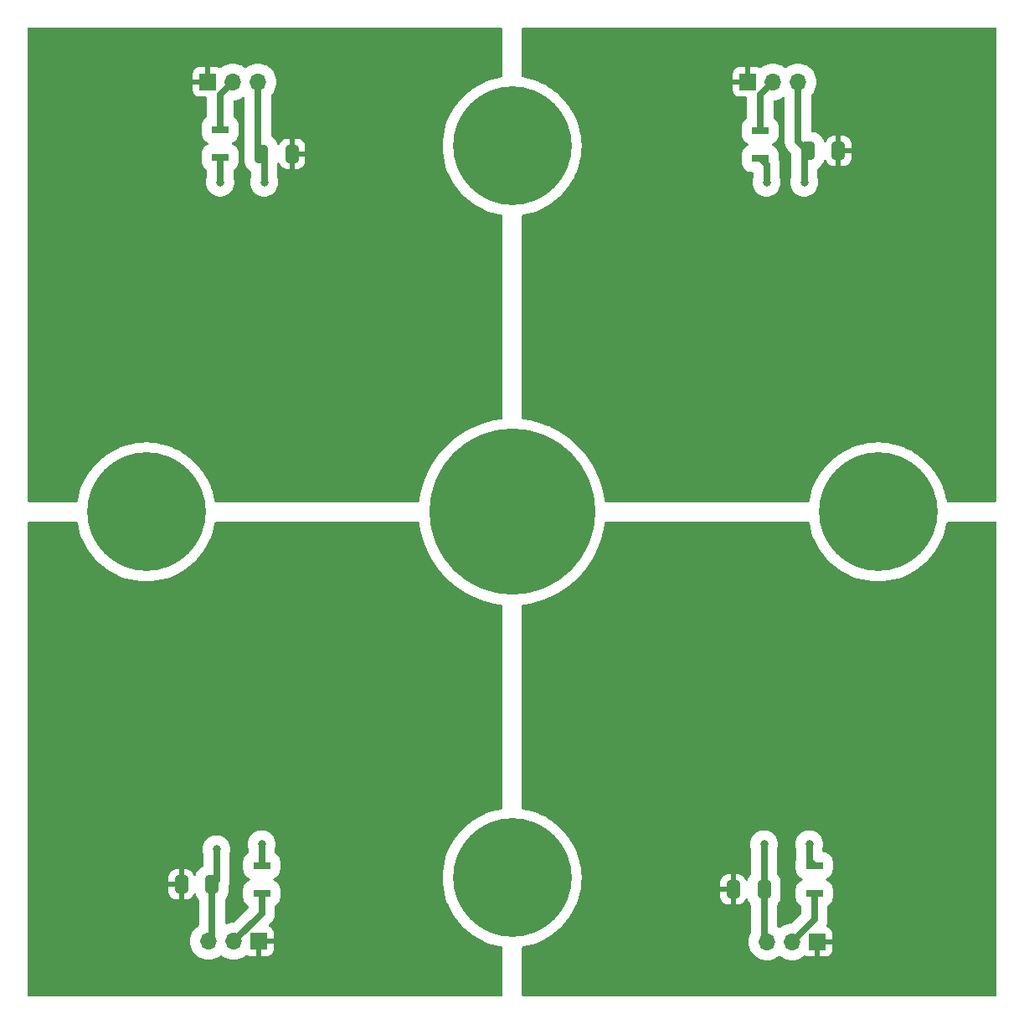
<source format=gbr>
%TF.GenerationSoftware,KiCad,Pcbnew,7.0.5-0*%
%TF.CreationDate,2023-07-05T09:37:03-04:00*%
%TF.ProjectId,quad_sipm,71756164-5f73-4697-906d-2e6b69636164,rev?*%
%TF.SameCoordinates,Original*%
%TF.FileFunction,Copper,L2,Bot*%
%TF.FilePolarity,Positive*%
%FSLAX46Y46*%
G04 Gerber Fmt 4.6, Leading zero omitted, Abs format (unit mm)*
G04 Created by KiCad (PCBNEW 7.0.5-0) date 2023-07-05 09:37:03*
%MOMM*%
%LPD*%
G01*
G04 APERTURE LIST*
G04 Aperture macros list*
%AMRoundRect*
0 Rectangle with rounded corners*
0 $1 Rounding radius*
0 $2 $3 $4 $5 $6 $7 $8 $9 X,Y pos of 4 corners*
0 Add a 4 corners polygon primitive as box body*
4,1,4,$2,$3,$4,$5,$6,$7,$8,$9,$2,$3,0*
0 Add four circle primitives for the rounded corners*
1,1,$1+$1,$2,$3*
1,1,$1+$1,$4,$5*
1,1,$1+$1,$6,$7*
1,1,$1+$1,$8,$9*
0 Add four rect primitives between the rounded corners*
20,1,$1+$1,$2,$3,$4,$5,0*
20,1,$1+$1,$4,$5,$6,$7,0*
20,1,$1+$1,$6,$7,$8,$9,0*
20,1,$1+$1,$8,$9,$2,$3,0*%
G04 Aperture macros list end*
%TA.AperFunction,ComponentPad*%
%ADD10C,16.800000*%
%TD*%
%TA.AperFunction,ComponentPad*%
%ADD11C,12.000000*%
%TD*%
%TA.AperFunction,ComponentPad*%
%ADD12R,1.700000X1.700000*%
%TD*%
%TA.AperFunction,ComponentPad*%
%ADD13O,1.700000X1.700000*%
%TD*%
%TA.AperFunction,SMDPad,CuDef*%
%ADD14RoundRect,0.250000X0.412500X0.650000X-0.412500X0.650000X-0.412500X-0.650000X0.412500X-0.650000X0*%
%TD*%
%TA.AperFunction,SMDPad,CuDef*%
%ADD15RoundRect,0.250000X-0.412500X-0.650000X0.412500X-0.650000X0.412500X0.650000X-0.412500X0.650000X0*%
%TD*%
%TA.AperFunction,SMDPad,CuDef*%
%ADD16R,1.699200X0.701600*%
%TD*%
%TA.AperFunction,ViaPad*%
%ADD17C,0.800000*%
%TD*%
%TA.AperFunction,Conductor*%
%ADD18C,0.635000*%
%TD*%
G04 APERTURE END LIST*
D10*
%TO.P,H2,1*%
%TO.N,N/C*%
X100000000Y-100000000D03*
%TD*%
D11*
%TO.P,H3,1*%
%TO.N,N/C*%
X100000000Y-137000000D03*
%TD*%
%TO.P,H4,1*%
%TO.N,N/C*%
X137000000Y-100000000D03*
%TD*%
%TO.P,H5,1*%
%TO.N,N/C*%
X63000000Y-100000000D03*
%TD*%
%TO.P,H1,1*%
%TO.N,N/C*%
X100000000Y-63000000D03*
%TD*%
D12*
%TO.P,J1,1,Pin_1*%
%TO.N,Net-(J1-Pin_1)*%
X130855000Y-143465000D03*
D13*
%TO.P,J1,2,Pin_2*%
%TO.N,Net-(J1-Pin_2)*%
X128315000Y-143465000D03*
%TO.P,J1,3,Pin_3*%
%TO.N,Net-(D1-K)*%
X125775000Y-143465000D03*
%TD*%
D14*
%TO.P,C4,1*%
%TO.N,Net-(J4-Pin_1)*%
X77762500Y-63792500D03*
%TO.P,C4,2*%
%TO.N,Net-(D4-K)*%
X74637500Y-63792500D03*
%TD*%
D12*
%TO.P,J3,1,Pin_1*%
%TO.N,Net-(J3-Pin_1)*%
X123825000Y-56515000D03*
D13*
%TO.P,J3,2,Pin_2*%
%TO.N,Net-(J3-Pin_2)*%
X126365000Y-56515000D03*
%TO.P,J3,3,Pin_3*%
%TO.N,Net-(D3-K)*%
X128905000Y-56515000D03*
%TD*%
D12*
%TO.P,J4,1,Pin_1*%
%TO.N,Net-(J4-Pin_1)*%
X69215000Y-56515000D03*
D13*
%TO.P,J4,2,Pin_2*%
%TO.N,Net-(J4-Pin_2)*%
X71755000Y-56515000D03*
%TO.P,J4,3,Pin_3*%
%TO.N,Net-(D4-K)*%
X74295000Y-56515000D03*
%TD*%
D14*
%TO.P,C3,1*%
%TO.N,Net-(J3-Pin_1)*%
X133007500Y-63500000D03*
%TO.P,C3,2*%
%TO.N,Net-(D3-K)*%
X129882500Y-63500000D03*
%TD*%
D12*
%TO.P,J2,1,Pin_1*%
%TO.N,Net-(J2-Pin_1)*%
X74385000Y-143420000D03*
D13*
%TO.P,J2,2,Pin_2*%
%TO.N,Net-(J2-Pin_2)*%
X71845000Y-143420000D03*
%TO.P,J2,3,Pin_3*%
%TO.N,Net-(D2-K)*%
X69305000Y-143420000D03*
%TD*%
D15*
%TO.P,C1,1*%
%TO.N,Net-(J1-Pin_1)*%
X122351000Y-138176000D03*
%TO.P,C1,2*%
%TO.N,Net-(D1-K)*%
X125476000Y-138176000D03*
%TD*%
%TO.P,C2,1*%
%TO.N,Net-(J2-Pin_1)*%
X66548000Y-137668000D03*
%TO.P,C2,2*%
%TO.N,Net-(D2-K)*%
X69673000Y-137668000D03*
%TD*%
D16*
%TO.P,R3,1*%
%TO.N,Net-(J3-Pin_2)*%
X125095000Y-61464200D03*
%TO.P,R3,2*%
%TO.N,Net-(D3-A)*%
X125095000Y-64265800D03*
%TD*%
%TO.P,R4,1*%
%TO.N,Net-(D4-A)*%
X70485000Y-64135000D03*
%TO.P,R4,2*%
%TO.N,Net-(J4-Pin_2)*%
X70485000Y-61333400D03*
%TD*%
%TO.P,R2,1*%
%TO.N,Net-(D2-A)*%
X74676000Y-135759200D03*
%TO.P,R2,2*%
%TO.N,Net-(J2-Pin_2)*%
X74676000Y-138560800D03*
%TD*%
%TO.P,R1,1*%
%TO.N,Net-(D1-A)*%
X130556000Y-135759200D03*
%TO.P,R1,2*%
%TO.N,Net-(J1-Pin_2)*%
X130556000Y-138560800D03*
%TD*%
D17*
%TO.N,Net-(D1-A)*%
X130048000Y-133604000D03*
%TO.N,Net-(D1-K)*%
X125476000Y-133604000D03*
%TO.N,Net-(D2-A)*%
X74676000Y-133604000D03*
%TO.N,Net-(D2-K)*%
X70104000Y-134112000D03*
%TO.N,Net-(D3-K)*%
X129540000Y-66675000D03*
%TO.N,Net-(D4-K)*%
X74930000Y-66675000D03*
%TO.N,Net-(D3-A)*%
X125730000Y-66675000D03*
%TO.N,Net-(D4-A)*%
X70485000Y-66675000D03*
%TD*%
D18*
%TO.N,Net-(D1-K)*%
X125476000Y-138176000D02*
X125476000Y-143166000D01*
X125476000Y-143166000D02*
X125775000Y-143465000D01*
X125476000Y-133604000D02*
X125476000Y-138176000D01*
%TO.N,Net-(J1-Pin_2)*%
X130556000Y-138560800D02*
X130556000Y-141224000D01*
X130556000Y-141224000D02*
X128315000Y-143465000D01*
%TO.N,Net-(D1-A)*%
X130048000Y-135251200D02*
X130556000Y-135759200D01*
X130048000Y-133604000D02*
X130048000Y-135251200D01*
%TO.N,Net-(J2-Pin_2)*%
X74676000Y-138560800D02*
X74676000Y-140589000D01*
X74676000Y-140589000D02*
X71845000Y-143420000D01*
%TO.N,Net-(D2-K)*%
X69673000Y-137668000D02*
X69673000Y-143052000D01*
X69673000Y-143052000D02*
X69305000Y-143420000D01*
%TO.N,Net-(D2-A)*%
X74676000Y-133604000D02*
X74676000Y-135759200D01*
%TO.N,Net-(D2-K)*%
X70104000Y-134112000D02*
X70104000Y-137237000D01*
X70104000Y-137237000D02*
X69673000Y-137668000D01*
%TO.N,Net-(J3-Pin_2)*%
X125095000Y-57785000D02*
X126365000Y-56515000D01*
X125095000Y-61464200D02*
X125095000Y-57785000D01*
%TO.N,Net-(J4-Pin_2)*%
X70485000Y-61333400D02*
X70485000Y-57785000D01*
X70485000Y-57785000D02*
X71755000Y-56515000D01*
%TO.N,Net-(J2-Pin_1)*%
X74637500Y-143167500D02*
X74295000Y-143510000D01*
%TO.N,Net-(D3-K)*%
X128905000Y-62522500D02*
X129882500Y-63500000D01*
X129540000Y-66675000D02*
X129540000Y-63842500D01*
X128905000Y-56515000D02*
X128905000Y-62522500D01*
X129540000Y-63842500D02*
X129882500Y-63500000D01*
%TO.N,Net-(D4-K)*%
X74637500Y-63792500D02*
X74295000Y-63450000D01*
X74295000Y-63450000D02*
X74295000Y-56515000D01*
X74930000Y-66675000D02*
X74930000Y-64135000D01*
%TO.N,Net-(D3-A)*%
X125730000Y-66675000D02*
X125730000Y-64900800D01*
X125730000Y-64900800D02*
X125095000Y-64265800D01*
%TO.N,Net-(D4-A)*%
X70485000Y-66675000D02*
X70485000Y-64135000D01*
%TD*%
%TA.AperFunction,Conductor*%
%TO.N,Net-(J3-Pin_1)*%
G36*
X148942121Y-51020002D02*
G01*
X148988614Y-51073658D01*
X149000000Y-51126000D01*
X149000000Y-98874000D01*
X148979998Y-98942121D01*
X148926342Y-98988614D01*
X148874000Y-99000000D01*
X144056178Y-99000000D01*
X143988057Y-98979998D01*
X143941564Y-98926342D01*
X143932375Y-98897425D01*
X143897659Y-98713953D01*
X143845369Y-98437589D01*
X143709468Y-97930403D01*
X143580392Y-97561525D01*
X143536049Y-97434799D01*
X143536048Y-97434798D01*
X143536046Y-97434791D01*
X143326072Y-96953524D01*
X143326069Y-96953519D01*
X143326062Y-96953503D01*
X143171250Y-96660588D01*
X143080719Y-96489295D01*
X143080709Y-96489279D01*
X142801366Y-96044706D01*
X142801354Y-96044689D01*
X142489561Y-95622224D01*
X142489548Y-95622208D01*
X142147067Y-95224239D01*
X142147058Y-95224228D01*
X142147045Y-95224215D01*
X142147034Y-95224203D01*
X141775796Y-94852965D01*
X141775784Y-94852954D01*
X141775772Y-94852942D01*
X141674361Y-94765671D01*
X141377791Y-94510451D01*
X141377775Y-94510438D01*
X140955310Y-94198645D01*
X140955293Y-94198633D01*
X140510720Y-93919290D01*
X140510712Y-93919285D01*
X140510705Y-93919281D01*
X140465089Y-93895172D01*
X140046496Y-93673937D01*
X140046470Y-93673925D01*
X139862513Y-93593666D01*
X139565209Y-93463954D01*
X139565202Y-93463951D01*
X139565200Y-93463950D01*
X139069605Y-93290534D01*
X138562412Y-93154631D01*
X138046487Y-93057013D01*
X137524711Y-92998222D01*
X137000000Y-92978590D01*
X136475288Y-92998222D01*
X135953512Y-93057013D01*
X135437587Y-93154631D01*
X134930394Y-93290534D01*
X134434799Y-93463950D01*
X134434796Y-93463952D01*
X133953529Y-93673925D01*
X133953503Y-93673937D01*
X133489300Y-93919278D01*
X133489279Y-93919290D01*
X133044706Y-94198633D01*
X133044689Y-94198645D01*
X132622224Y-94510438D01*
X132622208Y-94510451D01*
X132224239Y-94852932D01*
X132224203Y-94852965D01*
X131852965Y-95224203D01*
X131852932Y-95224239D01*
X131510451Y-95622208D01*
X131510438Y-95622224D01*
X131198645Y-96044689D01*
X131198633Y-96044706D01*
X130919290Y-96489279D01*
X130919278Y-96489300D01*
X130673937Y-96953503D01*
X130673925Y-96953529D01*
X130463952Y-97434796D01*
X130463950Y-97434799D01*
X130290534Y-97930394D01*
X130154631Y-98437587D01*
X130067625Y-98897425D01*
X130035308Y-98960639D01*
X129973944Y-98996347D01*
X129943822Y-99000000D01*
X109477770Y-99000000D01*
X109409649Y-98979998D01*
X109363156Y-98926342D01*
X109352377Y-98886350D01*
X109340942Y-98770251D01*
X109340941Y-98770249D01*
X109340941Y-98770242D01*
X109240512Y-98161948D01*
X109186523Y-97930403D01*
X109100512Y-97561520D01*
X108921547Y-96971555D01*
X108921545Y-96971547D01*
X108740040Y-96489300D01*
X108704372Y-96394531D01*
X108449926Y-95832958D01*
X108159296Y-95289228D01*
X107833728Y-94765671D01*
X107474613Y-94264527D01*
X107083492Y-93787944D01*
X106662038Y-93337962D01*
X106212056Y-92916508D01*
X105735473Y-92525387D01*
X105234329Y-92166272D01*
X104710772Y-91840704D01*
X104710771Y-91840703D01*
X104167054Y-91550080D01*
X104167037Y-91550071D01*
X103754548Y-91363174D01*
X103605469Y-91295628D01*
X103605464Y-91295626D01*
X103028452Y-91078454D01*
X103028444Y-91078452D01*
X102438479Y-90899487D01*
X101838066Y-90759490D01*
X101229760Y-90659059D01*
X101113649Y-90647622D01*
X101047817Y-90621039D01*
X101006807Y-90563084D01*
X101000000Y-90522229D01*
X101000000Y-70056178D01*
X101020002Y-69988057D01*
X101073658Y-69941564D01*
X101102575Y-69932375D01*
X101257671Y-69903028D01*
X101562411Y-69845369D01*
X102069597Y-69709468D01*
X102565209Y-69536046D01*
X103046476Y-69326072D01*
X103046487Y-69326065D01*
X103046496Y-69326062D01*
X103198527Y-69245710D01*
X103510705Y-69080719D01*
X103955301Y-68801361D01*
X104377778Y-68489559D01*
X104775772Y-68147058D01*
X105147058Y-67775772D01*
X105489559Y-67377778D01*
X105801361Y-66955301D01*
X106080719Y-66510705D01*
X106264228Y-66163490D01*
X106326062Y-66046496D01*
X106326065Y-66046487D01*
X106326072Y-66046476D01*
X106536046Y-65565209D01*
X106709468Y-65069597D01*
X106845369Y-64562411D01*
X106942987Y-64046487D01*
X107001777Y-63524711D01*
X107021410Y-63000000D01*
X107001777Y-62475289D01*
X106942987Y-61953513D01*
X106845369Y-61437589D01*
X106709468Y-60930403D01*
X106703774Y-60914131D01*
X106536049Y-60434799D01*
X106536048Y-60434798D01*
X106536046Y-60434791D01*
X106326072Y-59953524D01*
X106326069Y-59953519D01*
X106326062Y-59953503D01*
X106171250Y-59660588D01*
X106080719Y-59489295D01*
X106080709Y-59489279D01*
X105801366Y-59044706D01*
X105801354Y-59044689D01*
X105489561Y-58622224D01*
X105489548Y-58622208D01*
X105147067Y-58224239D01*
X105147058Y-58224228D01*
X105147045Y-58224215D01*
X105147034Y-58224203D01*
X104775796Y-57852965D01*
X104775784Y-57852954D01*
X104775772Y-57852942D01*
X104664616Y-57757285D01*
X104377791Y-57510451D01*
X104377775Y-57510438D01*
X104267615Y-57429136D01*
X122340000Y-57429136D01*
X122342832Y-57465117D01*
X122342834Y-57465130D01*
X122387595Y-57619197D01*
X122469261Y-57757285D01*
X122469266Y-57757292D01*
X122582707Y-57870733D01*
X122582714Y-57870738D01*
X122720802Y-57952404D01*
X122874869Y-57997165D01*
X122874882Y-57997167D01*
X122910863Y-57999999D01*
X122910865Y-58000000D01*
X123635000Y-58000000D01*
X123703121Y-58020002D01*
X123749614Y-58073658D01*
X123761000Y-58126000D01*
X123761000Y-60144199D01*
X123740998Y-60212320D01*
X123694397Y-60255320D01*
X123677936Y-60264118D01*
X123677934Y-60264119D01*
X123523148Y-60391148D01*
X123396120Y-60545933D01*
X123301734Y-60722516D01*
X123301732Y-60722522D01*
X123243606Y-60914136D01*
X123243606Y-60914139D01*
X123228900Y-61063457D01*
X123228900Y-61864942D01*
X123243606Y-62014260D01*
X123243606Y-62014263D01*
X123301732Y-62205877D01*
X123301734Y-62205883D01*
X123396120Y-62382466D01*
X123396122Y-62382469D01*
X123523148Y-62537252D01*
X123677931Y-62664278D01*
X123677933Y-62664279D01*
X123845560Y-62753878D01*
X123896208Y-62803630D01*
X123911918Y-62872867D01*
X123887702Y-62939606D01*
X123845560Y-62976122D01*
X123677933Y-63065720D01*
X123523148Y-63192748D01*
X123396120Y-63347533D01*
X123301734Y-63524116D01*
X123301732Y-63524122D01*
X123243606Y-63715736D01*
X123243606Y-63715739D01*
X123228900Y-63865057D01*
X123228900Y-64666542D01*
X123243606Y-64815860D01*
X123243606Y-64815863D01*
X123301732Y-65007477D01*
X123301734Y-65007483D01*
X123396120Y-65184066D01*
X123396122Y-65184069D01*
X123523148Y-65338852D01*
X123677931Y-65465878D01*
X123854520Y-65560267D01*
X124046131Y-65618392D01*
X124046136Y-65618392D01*
X124046138Y-65618393D01*
X124155469Y-65629160D01*
X124195466Y-65633100D01*
X124270000Y-65633100D01*
X124338121Y-65653102D01*
X124384614Y-65706758D01*
X124396000Y-65759100D01*
X124396000Y-66163490D01*
X124386605Y-66208304D01*
X124387350Y-66208560D01*
X124385656Y-66213493D01*
X124328031Y-66441043D01*
X124328030Y-66441049D01*
X124308645Y-66675000D01*
X124328030Y-66908950D01*
X124328031Y-66908956D01*
X124385657Y-67136512D01*
X124385659Y-67136516D01*
X124479955Y-67351489D01*
X124497130Y-67377778D01*
X124608351Y-67548014D01*
X124767342Y-67720725D01*
X124838067Y-67775772D01*
X124952592Y-67864910D01*
X124952593Y-67864911D01*
X125159048Y-67976639D01*
X125159050Y-67976640D01*
X125275622Y-68016659D01*
X125381078Y-68052862D01*
X125612625Y-68091500D01*
X125612629Y-68091500D01*
X125847371Y-68091500D01*
X125847375Y-68091500D01*
X126078922Y-68052862D01*
X126300952Y-67976639D01*
X126507407Y-67864911D01*
X126692658Y-67720725D01*
X126851649Y-67548014D01*
X126980044Y-67351490D01*
X127074342Y-67136513D01*
X127120229Y-66955310D01*
X127131968Y-66908956D01*
X127131969Y-66908950D01*
X127131970Y-66908947D01*
X127151355Y-66675000D01*
X127131970Y-66441053D01*
X127131969Y-66441049D01*
X127131968Y-66441043D01*
X127102800Y-66325867D01*
X127074342Y-66213487D01*
X127074337Y-66213475D01*
X127072650Y-66208560D01*
X127073394Y-66208304D01*
X127064000Y-66163490D01*
X127064000Y-64784090D01*
X127054325Y-64729220D01*
X127053607Y-64723768D01*
X127053401Y-64721422D01*
X127048752Y-64668268D01*
X127034330Y-64614446D01*
X127033145Y-64609104D01*
X127023468Y-64554217D01*
X127004412Y-64501862D01*
X127002758Y-64496616D01*
X126993722Y-64462893D01*
X126988339Y-64442802D01*
X126972904Y-64409704D01*
X126961100Y-64356455D01*
X126961100Y-63865075D01*
X126961099Y-63865057D01*
X126946393Y-63715739D01*
X126946393Y-63715736D01*
X126946392Y-63715733D01*
X126946392Y-63715731D01*
X126888267Y-63524120D01*
X126793878Y-63347531D01*
X126666852Y-63192748D01*
X126512069Y-63065722D01*
X126512067Y-63065721D01*
X126512066Y-63065720D01*
X126389110Y-62999999D01*
X126344438Y-62976121D01*
X126293791Y-62926370D01*
X126278081Y-62857133D01*
X126302297Y-62790394D01*
X126344438Y-62753878D01*
X126512069Y-62664278D01*
X126666852Y-62537252D01*
X126793878Y-62382469D01*
X126888267Y-62205880D01*
X126946392Y-62014269D01*
X126950646Y-61971082D01*
X126961099Y-61864942D01*
X126961100Y-61864934D01*
X126961100Y-61063466D01*
X126946393Y-60914139D01*
X126946393Y-60914136D01*
X126946392Y-60914133D01*
X126946392Y-60914131D01*
X126888267Y-60722520D01*
X126793878Y-60545931D01*
X126666852Y-60391148D01*
X126512069Y-60264122D01*
X126512068Y-60264121D01*
X126512065Y-60264119D01*
X126512063Y-60264118D01*
X126495603Y-60255320D01*
X126444955Y-60205567D01*
X126429000Y-60144199D01*
X126429000Y-58499000D01*
X126449002Y-58430879D01*
X126502658Y-58384386D01*
X126546009Y-58373321D01*
X126631309Y-58367221D01*
X126892188Y-58310470D01*
X126892189Y-58310470D01*
X126892190Y-58310469D01*
X126892197Y-58310468D01*
X127142353Y-58217165D01*
X127376684Y-58089211D01*
X127376693Y-58089204D01*
X127376869Y-58089092D01*
X127376939Y-58089071D01*
X127380634Y-58087054D01*
X127381072Y-58087857D01*
X127444987Y-58069083D01*
X127513110Y-58089078D01*
X127559608Y-58142729D01*
X127571000Y-58195083D01*
X127571000Y-62639210D01*
X127580673Y-62694078D01*
X127581391Y-62699527D01*
X127586247Y-62755032D01*
X127600667Y-62808848D01*
X127601857Y-62814214D01*
X127611533Y-62869083D01*
X127630584Y-62921428D01*
X127632237Y-62926670D01*
X127646658Y-62980490D01*
X127646664Y-62980505D01*
X127670203Y-63030985D01*
X127672307Y-63036064D01*
X127691365Y-63088426D01*
X127719227Y-63136684D01*
X127721765Y-63141560D01*
X127745309Y-63192048D01*
X127745311Y-63192050D01*
X127745312Y-63192053D01*
X127745799Y-63192748D01*
X127777262Y-63237682D01*
X127780212Y-63242311D01*
X127808076Y-63290573D01*
X127808077Y-63290574D01*
X127843887Y-63333250D01*
X127847235Y-63337613D01*
X127879194Y-63383256D01*
X128166594Y-63670656D01*
X128200620Y-63732968D01*
X128203499Y-63759751D01*
X128203499Y-64215041D01*
X128205806Y-64244343D01*
X128206000Y-64249288D01*
X128206000Y-66163490D01*
X128196605Y-66208304D01*
X128197350Y-66208560D01*
X128195656Y-66213493D01*
X128138031Y-66441043D01*
X128138030Y-66441049D01*
X128118645Y-66675000D01*
X128138030Y-66908950D01*
X128138031Y-66908956D01*
X128195657Y-67136512D01*
X128195659Y-67136516D01*
X128289955Y-67351489D01*
X128307130Y-67377778D01*
X128418351Y-67548014D01*
X128577342Y-67720725D01*
X128648067Y-67775772D01*
X128762592Y-67864910D01*
X128762593Y-67864911D01*
X128969048Y-67976639D01*
X128969050Y-67976640D01*
X129085622Y-68016659D01*
X129191078Y-68052862D01*
X129422625Y-68091500D01*
X129422629Y-68091500D01*
X129657371Y-68091500D01*
X129657375Y-68091500D01*
X129888922Y-68052862D01*
X130110952Y-67976639D01*
X130317407Y-67864911D01*
X130502658Y-67720725D01*
X130661649Y-67548014D01*
X130790044Y-67351490D01*
X130884342Y-67136513D01*
X130930229Y-66955310D01*
X130941968Y-66908956D01*
X130941969Y-66908950D01*
X130941970Y-66908947D01*
X130961355Y-66675000D01*
X130941970Y-66441053D01*
X130941969Y-66441049D01*
X130941968Y-66441043D01*
X130912800Y-66325867D01*
X130884342Y-66213487D01*
X130884337Y-66213475D01*
X130882650Y-66208560D01*
X130883394Y-66208304D01*
X130874000Y-66163490D01*
X130874000Y-65355608D01*
X130894002Y-65287487D01*
X130928244Y-65252036D01*
X131109950Y-65126152D01*
X131271152Y-64964950D01*
X131400979Y-64777554D01*
X131495260Y-64569989D01*
X131520306Y-64470589D01*
X131556345Y-64409423D01*
X131619734Y-64377449D01*
X131690347Y-64384822D01*
X131745764Y-64429200D01*
X131761458Y-64462893D01*
X131761863Y-64462738D01*
X131764095Y-64468555D01*
X131764190Y-64468757D01*
X131764228Y-64468899D01*
X131848687Y-64634658D01*
X131848688Y-64634661D01*
X131965763Y-64779236D01*
X132110338Y-64896311D01*
X132110341Y-64896312D01*
X132276097Y-64980769D01*
X132455789Y-65028917D01*
X132533061Y-65035000D01*
X132753500Y-65035000D01*
X132753500Y-63754000D01*
X133261500Y-63754000D01*
X133261500Y-65035000D01*
X133481939Y-65035000D01*
X133559210Y-65028917D01*
X133738902Y-64980769D01*
X133904658Y-64896312D01*
X133904661Y-64896311D01*
X134049236Y-64779236D01*
X134166311Y-64634661D01*
X134166312Y-64634658D01*
X134250769Y-64468902D01*
X134298917Y-64289210D01*
X134305000Y-64211938D01*
X134305000Y-63754000D01*
X133261500Y-63754000D01*
X132753500Y-63754000D01*
X132753500Y-61965000D01*
X133261500Y-61965000D01*
X133261500Y-63246000D01*
X134305000Y-63246000D01*
X134305000Y-62788061D01*
X134298917Y-62710789D01*
X134250769Y-62531097D01*
X134166312Y-62365341D01*
X134166311Y-62365338D01*
X134049236Y-62220763D01*
X133904661Y-62103688D01*
X133904658Y-62103687D01*
X133738902Y-62019230D01*
X133559210Y-61971082D01*
X133481939Y-61965000D01*
X133261500Y-61965000D01*
X132753500Y-61965000D01*
X132533061Y-61965000D01*
X132455789Y-61971082D01*
X132276097Y-62019230D01*
X132110341Y-62103687D01*
X132110338Y-62103688D01*
X131965763Y-62220763D01*
X131848688Y-62365338D01*
X131848687Y-62365341D01*
X131764228Y-62531100D01*
X131764189Y-62531247D01*
X131764142Y-62531322D01*
X131761863Y-62537262D01*
X131760776Y-62536844D01*
X131727230Y-62591865D01*
X131663366Y-62622879D01*
X131592872Y-62614442D01*
X131538131Y-62569232D01*
X131520305Y-62529407D01*
X131506668Y-62475288D01*
X131495260Y-62430011D01*
X131400979Y-62222446D01*
X131271152Y-62035050D01*
X131271150Y-62035048D01*
X131271142Y-62035039D01*
X131109960Y-61873857D01*
X131109951Y-61873849D01*
X131109950Y-61873848D01*
X130922554Y-61744021D01*
X130922552Y-61744020D01*
X130922549Y-61744018D01*
X130714994Y-61649742D01*
X130714991Y-61649741D01*
X130714989Y-61649740D01*
X130493925Y-61594037D01*
X130360042Y-61583500D01*
X130360039Y-61583500D01*
X130357574Y-61583306D01*
X130357622Y-61582685D01*
X130292757Y-61560830D01*
X130248414Y-61505385D01*
X130239000Y-61457597D01*
X130239000Y-57872819D01*
X130259002Y-57804698D01*
X130275901Y-57783728D01*
X130319210Y-57740420D01*
X130479211Y-57526684D01*
X130607165Y-57292353D01*
X130700468Y-57042197D01*
X130757221Y-56781309D01*
X130776268Y-56515000D01*
X130757221Y-56248691D01*
X130709717Y-56030320D01*
X130700470Y-55987811D01*
X130700470Y-55987810D01*
X130700468Y-55987806D01*
X130700468Y-55987803D01*
X130607165Y-55737647D01*
X130479211Y-55503316D01*
X130319210Y-55289580D01*
X130130420Y-55100790D01*
X130130417Y-55100788D01*
X130130414Y-55100785D01*
X130035856Y-55030000D01*
X129916684Y-54940789D01*
X129788729Y-54870920D01*
X129682352Y-54812834D01*
X129432189Y-54719529D01*
X129171311Y-54662779D01*
X129171313Y-54662779D01*
X128958261Y-54647541D01*
X128905000Y-54643732D01*
X128904999Y-54643732D01*
X128638687Y-54662779D01*
X128377811Y-54719529D01*
X128377810Y-54719529D01*
X128127647Y-54812834D01*
X127893317Y-54940788D01*
X127710507Y-55077637D01*
X127643987Y-55102447D01*
X127574613Y-55087355D01*
X127559490Y-55077636D01*
X127546327Y-55067782D01*
X127376684Y-54940789D01*
X127248728Y-54870920D01*
X127142352Y-54812834D01*
X126892189Y-54719529D01*
X126631311Y-54662779D01*
X126631313Y-54662779D01*
X126365000Y-54643732D01*
X126098687Y-54662779D01*
X125837811Y-54719529D01*
X125837810Y-54719529D01*
X125587647Y-54812834D01*
X125353316Y-54940789D01*
X125139580Y-55100790D01*
X125138700Y-55101553D01*
X125138345Y-55101715D01*
X125135978Y-55103487D01*
X125135592Y-55102971D01*
X125074116Y-55131039D01*
X125003843Y-55120927D01*
X124992059Y-55114772D01*
X124929197Y-55077595D01*
X124775130Y-55032834D01*
X124775117Y-55032832D01*
X124739136Y-55030000D01*
X124079000Y-55030000D01*
X124078999Y-56081325D01*
X123967315Y-56030320D01*
X123860763Y-56015000D01*
X123789237Y-56015000D01*
X123682685Y-56030320D01*
X123571000Y-56081325D01*
X123571000Y-55030000D01*
X122910864Y-55030000D01*
X122874882Y-55032832D01*
X122874869Y-55032834D01*
X122720802Y-55077595D01*
X122582714Y-55159261D01*
X122582707Y-55159266D01*
X122469266Y-55272707D01*
X122469261Y-55272714D01*
X122387595Y-55410802D01*
X122342834Y-55564869D01*
X122342832Y-55564882D01*
X122340000Y-55600863D01*
X122340000Y-56261000D01*
X123393884Y-56261000D01*
X123365507Y-56305156D01*
X123325000Y-56443111D01*
X123325000Y-56586889D01*
X123365507Y-56724844D01*
X123393884Y-56769000D01*
X122340000Y-56769000D01*
X122340000Y-57429136D01*
X104267615Y-57429136D01*
X103955310Y-57198645D01*
X103955293Y-57198633D01*
X103510720Y-56919290D01*
X103510712Y-56919285D01*
X103510705Y-56919281D01*
X103465089Y-56895172D01*
X103046496Y-56673937D01*
X103046470Y-56673925D01*
X102846980Y-56586889D01*
X102565209Y-56463954D01*
X102565202Y-56463951D01*
X102565200Y-56463950D01*
X102069605Y-56290534D01*
X101562412Y-56154631D01*
X101102575Y-56067625D01*
X101039361Y-56035308D01*
X101003653Y-55973944D01*
X101000000Y-55943822D01*
X101000000Y-51126000D01*
X101020002Y-51057879D01*
X101073658Y-51011386D01*
X101126000Y-51000000D01*
X148874000Y-51000000D01*
X148942121Y-51020002D01*
G37*
%TD.AperFunction*%
%TD*%
%TA.AperFunction,Conductor*%
%TO.N,Net-(J4-Pin_1)*%
G36*
X98942121Y-51020002D02*
G01*
X98988614Y-51073658D01*
X99000000Y-51126000D01*
X99000000Y-55943822D01*
X98979998Y-56011943D01*
X98926342Y-56058436D01*
X98897425Y-56067625D01*
X98437587Y-56154631D01*
X97930394Y-56290534D01*
X97434799Y-56463950D01*
X97434796Y-56463952D01*
X96953529Y-56673925D01*
X96953503Y-56673937D01*
X96489300Y-56919278D01*
X96489279Y-56919290D01*
X96044706Y-57198633D01*
X96044689Y-57198645D01*
X95622224Y-57510438D01*
X95622208Y-57510451D01*
X95224239Y-57852932D01*
X95224203Y-57852965D01*
X94852965Y-58224203D01*
X94852932Y-58224239D01*
X94510451Y-58622208D01*
X94510438Y-58622224D01*
X94198645Y-59044689D01*
X94198633Y-59044706D01*
X93919290Y-59489279D01*
X93919278Y-59489300D01*
X93673937Y-59953503D01*
X93673925Y-59953529D01*
X93463952Y-60434796D01*
X93463950Y-60434799D01*
X93290534Y-60930394D01*
X93154631Y-61437587D01*
X93057013Y-61953512D01*
X92998222Y-62475288D01*
X92978590Y-62999999D01*
X92998222Y-63524711D01*
X93057013Y-64046487D01*
X93154631Y-64562412D01*
X93290534Y-65069605D01*
X93463950Y-65565200D01*
X93463951Y-65565202D01*
X93463954Y-65565209D01*
X93593666Y-65862513D01*
X93673925Y-66046470D01*
X93673937Y-66046496D01*
X93919278Y-66510699D01*
X93919290Y-66510720D01*
X94198633Y-66955293D01*
X94198645Y-66955310D01*
X94510438Y-67377775D01*
X94510451Y-67377791D01*
X94779012Y-67689864D01*
X94852942Y-67775772D01*
X94852954Y-67775784D01*
X94852965Y-67775796D01*
X95224203Y-68147034D01*
X95224215Y-68147045D01*
X95224228Y-68147058D01*
X95346780Y-68252522D01*
X95622208Y-68489548D01*
X95622224Y-68489561D01*
X96044689Y-68801354D01*
X96044706Y-68801366D01*
X96489279Y-69080709D01*
X96489295Y-69080719D01*
X96660588Y-69171250D01*
X96953503Y-69326062D01*
X96953519Y-69326069D01*
X96953524Y-69326072D01*
X97434791Y-69536046D01*
X97434798Y-69536048D01*
X97434799Y-69536049D01*
X97930394Y-69709465D01*
X97930403Y-69709468D01*
X98437589Y-69845369D01*
X98713953Y-69897659D01*
X98897425Y-69932375D01*
X98960639Y-69964692D01*
X98996347Y-70026056D01*
X99000000Y-70056178D01*
X99000000Y-90522229D01*
X98979998Y-90590350D01*
X98926342Y-90636843D01*
X98886351Y-90647622D01*
X98770239Y-90659059D01*
X98161933Y-90759490D01*
X97561520Y-90899487D01*
X96971555Y-91078452D01*
X96971547Y-91078454D01*
X96394535Y-91295626D01*
X95832962Y-91550071D01*
X95832945Y-91550080D01*
X95289227Y-91840704D01*
X94765671Y-92166272D01*
X94765667Y-92166274D01*
X94264529Y-92525385D01*
X94264528Y-92525386D01*
X93787943Y-92916509D01*
X93337962Y-93337962D01*
X92916509Y-93787943D01*
X92525386Y-94264528D01*
X92525385Y-94264529D01*
X92166274Y-94765667D01*
X92166272Y-94765671D01*
X91840704Y-95289227D01*
X91550080Y-95832945D01*
X91550071Y-95832962D01*
X91295626Y-96394535D01*
X91078454Y-96971547D01*
X91078452Y-96971555D01*
X90899487Y-97561520D01*
X90759490Y-98161933D01*
X90659060Y-98770235D01*
X90659057Y-98770251D01*
X90647623Y-98886350D01*
X90621040Y-98952183D01*
X90563086Y-98993192D01*
X90522230Y-99000000D01*
X70056178Y-99000000D01*
X69988057Y-98979998D01*
X69941564Y-98926342D01*
X69932375Y-98897425D01*
X69897659Y-98713953D01*
X69845369Y-98437589D01*
X69709468Y-97930403D01*
X69580392Y-97561525D01*
X69536049Y-97434799D01*
X69536048Y-97434798D01*
X69536046Y-97434791D01*
X69326072Y-96953524D01*
X69326069Y-96953519D01*
X69326062Y-96953503D01*
X69171250Y-96660588D01*
X69080719Y-96489295D01*
X69080709Y-96489279D01*
X68801366Y-96044706D01*
X68801354Y-96044689D01*
X68489561Y-95622224D01*
X68489548Y-95622208D01*
X68147067Y-95224239D01*
X68147058Y-95224228D01*
X68147045Y-95224215D01*
X68147034Y-95224203D01*
X67775796Y-94852965D01*
X67775784Y-94852954D01*
X67775772Y-94852942D01*
X67674361Y-94765671D01*
X67377791Y-94510451D01*
X67377775Y-94510438D01*
X66955310Y-94198645D01*
X66955293Y-94198633D01*
X66510720Y-93919290D01*
X66510712Y-93919285D01*
X66510705Y-93919281D01*
X66465089Y-93895172D01*
X66046496Y-93673937D01*
X66046470Y-93673925D01*
X65862513Y-93593666D01*
X65565209Y-93463954D01*
X65565202Y-93463951D01*
X65565200Y-93463950D01*
X65069605Y-93290534D01*
X64562412Y-93154631D01*
X64046487Y-93057013D01*
X63524711Y-92998222D01*
X63018923Y-92979298D01*
X63000000Y-92978590D01*
X62999999Y-92978590D01*
X62475288Y-92998222D01*
X61953512Y-93057013D01*
X61437587Y-93154631D01*
X60930394Y-93290534D01*
X60434799Y-93463950D01*
X60434796Y-93463952D01*
X59953529Y-93673925D01*
X59953503Y-93673937D01*
X59489300Y-93919278D01*
X59489279Y-93919290D01*
X59044706Y-94198633D01*
X59044689Y-94198645D01*
X58622224Y-94510438D01*
X58622208Y-94510451D01*
X58224239Y-94852932D01*
X58224203Y-94852965D01*
X57852965Y-95224203D01*
X57852932Y-95224239D01*
X57510451Y-95622208D01*
X57510438Y-95622224D01*
X57198645Y-96044689D01*
X57198633Y-96044706D01*
X56919290Y-96489279D01*
X56919278Y-96489300D01*
X56673937Y-96953503D01*
X56673925Y-96953529D01*
X56463952Y-97434796D01*
X56463950Y-97434799D01*
X56290534Y-97930394D01*
X56154631Y-98437587D01*
X56067625Y-98897425D01*
X56035308Y-98960639D01*
X55973944Y-98996347D01*
X55943822Y-99000000D01*
X51126000Y-99000000D01*
X51057879Y-98979998D01*
X51011386Y-98926342D01*
X51000000Y-98874000D01*
X51000000Y-57429136D01*
X67730000Y-57429136D01*
X67732832Y-57465117D01*
X67732834Y-57465130D01*
X67777595Y-57619197D01*
X67859261Y-57757285D01*
X67859266Y-57757292D01*
X67972707Y-57870733D01*
X67972714Y-57870738D01*
X68110802Y-57952404D01*
X68264869Y-57997165D01*
X68264882Y-57997167D01*
X68300863Y-57999999D01*
X68300865Y-58000000D01*
X69025000Y-58000000D01*
X69093121Y-58020002D01*
X69139614Y-58073658D01*
X69151000Y-58126000D01*
X69151000Y-60013399D01*
X69130998Y-60081520D01*
X69084397Y-60124520D01*
X69067936Y-60133318D01*
X69067934Y-60133319D01*
X68913148Y-60260348D01*
X68786120Y-60415133D01*
X68691734Y-60591716D01*
X68691732Y-60591722D01*
X68633606Y-60783336D01*
X68633606Y-60783339D01*
X68618901Y-60932654D01*
X68618900Y-60932675D01*
X68618900Y-61734142D01*
X68633606Y-61883460D01*
X68633606Y-61883463D01*
X68691732Y-62075077D01*
X68691734Y-62075083D01*
X68786120Y-62251666D01*
X68786122Y-62251669D01*
X68913148Y-62406452D01*
X69067931Y-62533478D01*
X69067933Y-62533479D01*
X69235560Y-62623078D01*
X69286208Y-62672830D01*
X69301918Y-62742067D01*
X69277702Y-62808806D01*
X69235560Y-62845322D01*
X69067933Y-62934920D01*
X68913148Y-63061948D01*
X68786120Y-63216733D01*
X68691734Y-63393316D01*
X68691732Y-63393322D01*
X68633606Y-63584936D01*
X68633606Y-63584939D01*
X68618900Y-63734257D01*
X68618900Y-64535742D01*
X68633606Y-64685060D01*
X68633606Y-64685063D01*
X68691732Y-64876677D01*
X68691734Y-64876683D01*
X68786120Y-65053266D01*
X68786122Y-65053269D01*
X68913148Y-65208052D01*
X69067931Y-65335078D01*
X69084395Y-65343878D01*
X69135043Y-65393628D01*
X69151000Y-65455000D01*
X69151000Y-66163490D01*
X69141605Y-66208304D01*
X69142350Y-66208560D01*
X69140656Y-66213493D01*
X69083031Y-66441043D01*
X69083030Y-66441049D01*
X69063645Y-66674999D01*
X69083030Y-66908950D01*
X69083031Y-66908956D01*
X69140657Y-67136512D01*
X69140659Y-67136516D01*
X69234955Y-67351489D01*
X69252130Y-67377778D01*
X69363351Y-67548014D01*
X69522342Y-67720725D01*
X69593067Y-67775772D01*
X69707592Y-67864910D01*
X69707593Y-67864911D01*
X69914048Y-67976639D01*
X69914050Y-67976640D01*
X70030622Y-68016659D01*
X70136078Y-68052862D01*
X70367625Y-68091500D01*
X70367629Y-68091500D01*
X70602371Y-68091500D01*
X70602375Y-68091500D01*
X70833922Y-68052862D01*
X71055952Y-67976639D01*
X71262407Y-67864911D01*
X71447658Y-67720725D01*
X71606649Y-67548014D01*
X71735044Y-67351490D01*
X71829342Y-67136513D01*
X71875229Y-66955310D01*
X71886968Y-66908956D01*
X71886969Y-66908950D01*
X71886970Y-66908947D01*
X71906355Y-66675000D01*
X71886970Y-66441053D01*
X71886969Y-66441049D01*
X71886968Y-66441043D01*
X71857800Y-66325867D01*
X71829342Y-66213487D01*
X71829337Y-66213475D01*
X71827650Y-66208560D01*
X71828394Y-66208304D01*
X71819000Y-66163490D01*
X71819000Y-65455000D01*
X71839002Y-65386879D01*
X71885604Y-65343878D01*
X71902069Y-65335078D01*
X72056852Y-65208052D01*
X72183878Y-65053269D01*
X72278267Y-64876680D01*
X72336392Y-64685069D01*
X72340691Y-64641425D01*
X72348472Y-64562412D01*
X72351100Y-64535734D01*
X72351100Y-63734266D01*
X72336393Y-63584939D01*
X72336393Y-63584936D01*
X72336392Y-63584933D01*
X72336392Y-63584931D01*
X72278267Y-63393320D01*
X72183878Y-63216731D01*
X72056852Y-63061948D01*
X71902069Y-62934922D01*
X71902067Y-62934921D01*
X71902066Y-62934920D01*
X71765140Y-62861732D01*
X71734438Y-62845321D01*
X71683791Y-62795570D01*
X71668081Y-62726333D01*
X71692297Y-62659594D01*
X71734438Y-62623078D01*
X71902069Y-62533478D01*
X72056852Y-62406452D01*
X72183878Y-62251669D01*
X72278267Y-62075080D01*
X72336392Y-61883469D01*
X72351100Y-61734134D01*
X72351100Y-60932666D01*
X72336393Y-60783339D01*
X72336393Y-60783336D01*
X72336392Y-60783333D01*
X72336392Y-60783331D01*
X72278267Y-60591720D01*
X72183878Y-60415131D01*
X72056852Y-60260348D01*
X71902069Y-60133322D01*
X71902068Y-60133321D01*
X71902065Y-60133319D01*
X71902063Y-60133318D01*
X71885603Y-60124520D01*
X71834955Y-60074767D01*
X71819000Y-60013399D01*
X71819000Y-58499000D01*
X71839002Y-58430879D01*
X71892658Y-58384386D01*
X71936009Y-58373321D01*
X72021309Y-58367221D01*
X72282188Y-58310470D01*
X72282189Y-58310470D01*
X72282190Y-58310469D01*
X72282197Y-58310468D01*
X72532353Y-58217165D01*
X72766684Y-58089211D01*
X72766693Y-58089204D01*
X72766869Y-58089092D01*
X72766939Y-58089071D01*
X72770634Y-58087054D01*
X72771072Y-58087857D01*
X72834987Y-58069083D01*
X72903110Y-58089078D01*
X72949608Y-58142729D01*
X72961000Y-58195083D01*
X72961000Y-63043211D01*
X72960806Y-63048156D01*
X72958500Y-63077458D01*
X72958499Y-64507538D01*
X72960719Y-64535742D01*
X72969037Y-64641425D01*
X72969037Y-64641428D01*
X72969038Y-64641429D01*
X73024739Y-64862485D01*
X73024742Y-64862494D01*
X73119018Y-65070049D01*
X73119020Y-65070052D01*
X73119021Y-65070054D01*
X73248848Y-65257450D01*
X73248849Y-65257451D01*
X73248857Y-65257460D01*
X73410039Y-65418642D01*
X73410046Y-65418648D01*
X73410050Y-65418652D01*
X73541755Y-65509896D01*
X73586359Y-65565130D01*
X73596000Y-65613468D01*
X73596000Y-66163490D01*
X73586605Y-66208304D01*
X73587350Y-66208560D01*
X73585656Y-66213493D01*
X73528031Y-66441043D01*
X73528030Y-66441049D01*
X73508645Y-66674999D01*
X73528030Y-66908950D01*
X73528031Y-66908956D01*
X73585657Y-67136512D01*
X73585659Y-67136516D01*
X73679955Y-67351489D01*
X73697130Y-67377778D01*
X73808351Y-67548014D01*
X73967342Y-67720725D01*
X74038067Y-67775772D01*
X74152592Y-67864910D01*
X74152593Y-67864911D01*
X74359048Y-67976639D01*
X74359050Y-67976640D01*
X74475622Y-68016659D01*
X74581078Y-68052862D01*
X74812625Y-68091500D01*
X74812629Y-68091500D01*
X75047371Y-68091500D01*
X75047375Y-68091500D01*
X75278922Y-68052862D01*
X75500952Y-67976639D01*
X75707407Y-67864911D01*
X75892658Y-67720725D01*
X76051649Y-67548014D01*
X76180044Y-67351490D01*
X76274342Y-67136513D01*
X76320229Y-66955310D01*
X76331968Y-66908956D01*
X76331969Y-66908950D01*
X76331970Y-66908947D01*
X76351355Y-66675000D01*
X76331970Y-66441053D01*
X76331969Y-66441049D01*
X76331968Y-66441043D01*
X76302800Y-66325867D01*
X76274342Y-66213487D01*
X76274337Y-66213475D01*
X76272650Y-66208560D01*
X76273394Y-66208304D01*
X76264000Y-66163490D01*
X76264000Y-64823590D01*
X76267818Y-64792806D01*
X76275306Y-64763090D01*
X76311343Y-64701925D01*
X76374732Y-64669950D01*
X76445345Y-64677321D01*
X76500763Y-64721698D01*
X76516458Y-64755393D01*
X76516863Y-64755238D01*
X76519095Y-64761055D01*
X76519190Y-64761257D01*
X76519228Y-64761399D01*
X76603687Y-64927158D01*
X76603688Y-64927161D01*
X76720763Y-65071736D01*
X76865338Y-65188811D01*
X76865341Y-65188812D01*
X77031097Y-65273269D01*
X77210789Y-65321417D01*
X77288061Y-65327500D01*
X77508500Y-65327500D01*
X77508500Y-64046500D01*
X78016500Y-64046500D01*
X78016500Y-65327500D01*
X78236939Y-65327500D01*
X78314210Y-65321417D01*
X78493902Y-65273269D01*
X78659658Y-65188812D01*
X78659661Y-65188811D01*
X78804236Y-65071736D01*
X78921311Y-64927161D01*
X78921312Y-64927158D01*
X79005769Y-64761402D01*
X79053917Y-64581710D01*
X79060000Y-64504438D01*
X79060000Y-64046500D01*
X78016500Y-64046500D01*
X77508500Y-64046500D01*
X77508500Y-62257500D01*
X78016500Y-62257500D01*
X78016500Y-63538500D01*
X79060000Y-63538500D01*
X79060000Y-63080561D01*
X79053917Y-63003289D01*
X79005769Y-62823597D01*
X78921312Y-62657841D01*
X78921311Y-62657838D01*
X78804236Y-62513263D01*
X78659661Y-62396188D01*
X78659658Y-62396187D01*
X78493902Y-62311730D01*
X78314210Y-62263582D01*
X78236939Y-62257500D01*
X78016500Y-62257500D01*
X77508500Y-62257500D01*
X77288061Y-62257500D01*
X77210789Y-62263582D01*
X77031097Y-62311730D01*
X76865341Y-62396187D01*
X76865338Y-62396188D01*
X76720763Y-62513263D01*
X76603688Y-62657838D01*
X76603687Y-62657841D01*
X76519228Y-62823600D01*
X76519189Y-62823747D01*
X76519142Y-62823822D01*
X76516863Y-62829762D01*
X76515776Y-62829344D01*
X76482230Y-62884365D01*
X76418366Y-62915379D01*
X76347872Y-62906942D01*
X76293131Y-62861732D01*
X76275305Y-62821907D01*
X76265352Y-62782408D01*
X76250260Y-62722511D01*
X76155979Y-62514946D01*
X76026152Y-62327550D01*
X76026150Y-62327548D01*
X76026142Y-62327539D01*
X75864960Y-62166357D01*
X75864954Y-62166352D01*
X75864950Y-62166348D01*
X75864943Y-62166343D01*
X75683245Y-62040462D01*
X75638640Y-61985227D01*
X75629000Y-61936890D01*
X75629000Y-57872820D01*
X75649002Y-57804699D01*
X75665905Y-57783725D01*
X75709210Y-57740420D01*
X75869211Y-57526684D01*
X75997165Y-57292353D01*
X76090468Y-57042197D01*
X76147221Y-56781309D01*
X76166268Y-56515000D01*
X76147221Y-56248691D01*
X76107832Y-56067625D01*
X76090470Y-55987811D01*
X76090470Y-55987810D01*
X76090468Y-55987806D01*
X76090468Y-55987803D01*
X75997165Y-55737647D01*
X75869211Y-55503316D01*
X75709210Y-55289580D01*
X75520420Y-55100790D01*
X75520417Y-55100788D01*
X75520414Y-55100785D01*
X75425856Y-55030000D01*
X75306684Y-54940789D01*
X75178729Y-54870920D01*
X75072352Y-54812834D01*
X74822189Y-54719529D01*
X74561311Y-54662779D01*
X74561313Y-54662779D01*
X74295000Y-54643732D01*
X74028687Y-54662779D01*
X73767811Y-54719529D01*
X73767810Y-54719529D01*
X73517647Y-54812834D01*
X73283316Y-54940789D01*
X73100509Y-55077636D01*
X73033988Y-55102447D01*
X72964614Y-55087355D01*
X72949491Y-55077636D01*
X72854673Y-55006657D01*
X72766684Y-54940789D01*
X72638728Y-54870920D01*
X72532352Y-54812834D01*
X72282189Y-54719529D01*
X72021311Y-54662779D01*
X72021313Y-54662779D01*
X71755000Y-54643732D01*
X71488687Y-54662779D01*
X71227811Y-54719529D01*
X71227810Y-54719529D01*
X70977647Y-54812834D01*
X70743316Y-54940789D01*
X70529580Y-55100790D01*
X70528700Y-55101553D01*
X70528345Y-55101715D01*
X70525978Y-55103487D01*
X70525592Y-55102971D01*
X70464116Y-55131039D01*
X70393843Y-55120927D01*
X70382059Y-55114772D01*
X70319197Y-55077595D01*
X70165130Y-55032834D01*
X70165117Y-55032832D01*
X70129136Y-55030000D01*
X69469000Y-55030000D01*
X69469000Y-56081325D01*
X69357315Y-56030320D01*
X69250763Y-56015000D01*
X69179237Y-56015000D01*
X69072685Y-56030320D01*
X68961000Y-56081325D01*
X68961000Y-55030000D01*
X68300864Y-55030000D01*
X68264882Y-55032832D01*
X68264869Y-55032834D01*
X68110802Y-55077595D01*
X67972714Y-55159261D01*
X67972707Y-55159266D01*
X67859266Y-55272707D01*
X67859261Y-55272714D01*
X67777595Y-55410802D01*
X67732834Y-55564869D01*
X67732832Y-55564882D01*
X67730000Y-55600863D01*
X67730000Y-56261000D01*
X68783884Y-56261000D01*
X68755507Y-56305156D01*
X68715000Y-56443111D01*
X68715000Y-56586889D01*
X68755507Y-56724844D01*
X68783884Y-56769000D01*
X67730000Y-56769000D01*
X67730000Y-57429136D01*
X51000000Y-57429136D01*
X51000000Y-51126000D01*
X51020002Y-51057879D01*
X51073658Y-51011386D01*
X51126000Y-51000000D01*
X98874000Y-51000000D01*
X98942121Y-51020002D01*
G37*
%TD.AperFunction*%
%TD*%
%TA.AperFunction,Conductor*%
%TO.N,Net-(J1-Pin_1)*%
G36*
X130011943Y-101020002D02*
G01*
X130058436Y-101073658D01*
X130067625Y-101102575D01*
X130154631Y-101562412D01*
X130290534Y-102069605D01*
X130463950Y-102565200D01*
X130463951Y-102565202D01*
X130463954Y-102565209D01*
X130593666Y-102862513D01*
X130673925Y-103046470D01*
X130673937Y-103046496D01*
X130919278Y-103510699D01*
X130919290Y-103510720D01*
X131198633Y-103955293D01*
X131198645Y-103955310D01*
X131510438Y-104377775D01*
X131510451Y-104377791D01*
X131779012Y-104689864D01*
X131852942Y-104775772D01*
X131852954Y-104775784D01*
X131852965Y-104775796D01*
X132224203Y-105147034D01*
X132224215Y-105147045D01*
X132224228Y-105147058D01*
X132325638Y-105234328D01*
X132622208Y-105489548D01*
X132622224Y-105489561D01*
X133044689Y-105801354D01*
X133044706Y-105801366D01*
X133489279Y-106080709D01*
X133489295Y-106080719D01*
X133660588Y-106171250D01*
X133953503Y-106326062D01*
X133953519Y-106326069D01*
X133953524Y-106326072D01*
X134434791Y-106536046D01*
X134434798Y-106536048D01*
X134434799Y-106536049D01*
X134930394Y-106709465D01*
X134930403Y-106709468D01*
X135437589Y-106845369D01*
X135953513Y-106942987D01*
X136416498Y-106995152D01*
X136475288Y-107001777D01*
X136494920Y-107002511D01*
X137000000Y-107021410D01*
X137524711Y-107001777D01*
X138046487Y-106942987D01*
X138562411Y-106845369D01*
X139069597Y-106709468D01*
X139565209Y-106536046D01*
X140046476Y-106326072D01*
X140046487Y-106326065D01*
X140046496Y-106326062D01*
X140262204Y-106212056D01*
X140510705Y-106080719D01*
X140955301Y-105801361D01*
X141377778Y-105489559D01*
X141775772Y-105147058D01*
X142147058Y-104775772D01*
X142489559Y-104377778D01*
X142801361Y-103955301D01*
X143080719Y-103510705D01*
X143245710Y-103198527D01*
X143326062Y-103046496D01*
X143326065Y-103046487D01*
X143326072Y-103046476D01*
X143536046Y-102565209D01*
X143709468Y-102069597D01*
X143845369Y-101562411D01*
X143908312Y-101229748D01*
X143932375Y-101102575D01*
X143964692Y-101039361D01*
X144026056Y-101003653D01*
X144056178Y-101000000D01*
X148874000Y-101000000D01*
X148942121Y-101020002D01*
X148988614Y-101073658D01*
X149000000Y-101126000D01*
X149000000Y-148874000D01*
X148979998Y-148942121D01*
X148926342Y-148988614D01*
X148874000Y-149000000D01*
X101126000Y-149000000D01*
X101057879Y-148979998D01*
X101011386Y-148926342D01*
X101000000Y-148874000D01*
X101000000Y-144056178D01*
X101020002Y-143988057D01*
X101073658Y-143941564D01*
X101102575Y-143932375D01*
X101257671Y-143903028D01*
X101562411Y-143845369D01*
X102069597Y-143709468D01*
X102565209Y-143536046D01*
X103046476Y-143326072D01*
X103046487Y-143326065D01*
X103046496Y-143326062D01*
X103264202Y-143211000D01*
X103510705Y-143080719D01*
X103955301Y-142801361D01*
X104377778Y-142489559D01*
X104775772Y-142147058D01*
X105147058Y-141775772D01*
X105489559Y-141377778D01*
X105801361Y-140955301D01*
X106080719Y-140510705D01*
X106245710Y-140198527D01*
X106326062Y-140046496D01*
X106326065Y-140046487D01*
X106326072Y-140046476D01*
X106536046Y-139565209D01*
X106709468Y-139069597D01*
X106845369Y-138562411D01*
X106870422Y-138430000D01*
X121053500Y-138430000D01*
X121053500Y-138887938D01*
X121059582Y-138965210D01*
X121107730Y-139144902D01*
X121192187Y-139310658D01*
X121192188Y-139310661D01*
X121309263Y-139455236D01*
X121453838Y-139572311D01*
X121453841Y-139572312D01*
X121619597Y-139656769D01*
X121799289Y-139704917D01*
X121876561Y-139711000D01*
X122097000Y-139711000D01*
X122605000Y-139711000D01*
X122825439Y-139711000D01*
X122902710Y-139704917D01*
X123082402Y-139656769D01*
X123248158Y-139572312D01*
X123248161Y-139572311D01*
X123392736Y-139455236D01*
X123509811Y-139310661D01*
X123509812Y-139310658D01*
X123594268Y-139144905D01*
X123594304Y-139144774D01*
X123594347Y-139144702D01*
X123596637Y-139138738D01*
X123597727Y-139139156D01*
X123631252Y-139084149D01*
X123695111Y-139053124D01*
X123765606Y-139061548D01*
X123820356Y-139106748D01*
X123838194Y-139146591D01*
X123863239Y-139245985D01*
X123863242Y-139245994D01*
X123957518Y-139453549D01*
X123957520Y-139453552D01*
X123957521Y-139453554D01*
X124039796Y-139572312D01*
X124087349Y-139640951D01*
X124087357Y-139640960D01*
X124105094Y-139658697D01*
X124139120Y-139721009D01*
X124141999Y-139747792D01*
X124141999Y-142528821D01*
X124126587Y-142589206D01*
X124072836Y-142687643D01*
X123979529Y-142937810D01*
X123979529Y-142937811D01*
X123922779Y-143198687D01*
X123903732Y-143465000D01*
X123922779Y-143731312D01*
X123979529Y-143992188D01*
X123979529Y-143992189D01*
X124072834Y-144242352D01*
X124072835Y-144242353D01*
X124200789Y-144476684D01*
X124296069Y-144603963D01*
X124360785Y-144690414D01*
X124360788Y-144690417D01*
X124360790Y-144690420D01*
X124549580Y-144879210D01*
X124549583Y-144879212D01*
X124549585Y-144879214D01*
X124593288Y-144911930D01*
X124763316Y-145039211D01*
X124997647Y-145167165D01*
X125247803Y-145260468D01*
X125247806Y-145260468D01*
X125247810Y-145260470D01*
X125398788Y-145293313D01*
X125508691Y-145317221D01*
X125775000Y-145336268D01*
X126041309Y-145317221D01*
X126302188Y-145260470D01*
X126302189Y-145260470D01*
X126302190Y-145260469D01*
X126302197Y-145260468D01*
X126552353Y-145167165D01*
X126786684Y-145039211D01*
X126969492Y-144902362D01*
X127036010Y-144877552D01*
X127105384Y-144892643D01*
X127120508Y-144902363D01*
X127180357Y-144947165D01*
X127303316Y-145039211D01*
X127537647Y-145167165D01*
X127787803Y-145260468D01*
X127787806Y-145260468D01*
X127787810Y-145260470D01*
X127938788Y-145293313D01*
X128048691Y-145317221D01*
X128315000Y-145336268D01*
X128581309Y-145317221D01*
X128842188Y-145260470D01*
X128842189Y-145260470D01*
X128842190Y-145260469D01*
X128842197Y-145260468D01*
X129092353Y-145167165D01*
X129326684Y-145039211D01*
X129540420Y-144879210D01*
X129540430Y-144879199D01*
X129541277Y-144878467D01*
X129541625Y-144878307D01*
X129544023Y-144876513D01*
X129544413Y-144877034D01*
X129605853Y-144848965D01*
X129676129Y-144859059D01*
X129687942Y-144865227D01*
X129750804Y-144902404D01*
X129904869Y-144947165D01*
X129904882Y-144947167D01*
X129940863Y-144949999D01*
X129940865Y-144950000D01*
X130601000Y-144950000D01*
X130600999Y-143898674D01*
X130712685Y-143949680D01*
X130819237Y-143965000D01*
X130890763Y-143965000D01*
X130997315Y-143949680D01*
X131109000Y-143898674D01*
X131109000Y-144950000D01*
X131769135Y-144950000D01*
X131769136Y-144949999D01*
X131805117Y-144947167D01*
X131805130Y-144947165D01*
X131959197Y-144902404D01*
X132097285Y-144820738D01*
X132097292Y-144820733D01*
X132210733Y-144707292D01*
X132210738Y-144707285D01*
X132292404Y-144569197D01*
X132337165Y-144415130D01*
X132337167Y-144415117D01*
X132339999Y-144379136D01*
X132340000Y-144379135D01*
X132340000Y-143719000D01*
X131286116Y-143719000D01*
X131314493Y-143674844D01*
X131355000Y-143536889D01*
X131355000Y-143393111D01*
X131314493Y-143255156D01*
X131286116Y-143211000D01*
X132340000Y-143211000D01*
X132340000Y-142550864D01*
X132339999Y-142550863D01*
X132337167Y-142514882D01*
X132337165Y-142514869D01*
X132292404Y-142360802D01*
X132210738Y-142222714D01*
X132210733Y-142222707D01*
X132097292Y-142109266D01*
X132097285Y-142109261D01*
X131959198Y-142027596D01*
X131833666Y-141991125D01*
X131773831Y-141952912D01*
X131744154Y-141888415D01*
X131754058Y-141818113D01*
X131759691Y-141807145D01*
X131769634Y-141789926D01*
X131788699Y-141737540D01*
X131790786Y-141732504D01*
X131814339Y-141681998D01*
X131828757Y-141628184D01*
X131830410Y-141622943D01*
X131849465Y-141570593D01*
X131849466Y-141570588D01*
X131849468Y-141570583D01*
X131859145Y-141515694D01*
X131860327Y-141510362D01*
X131874752Y-141456532D01*
X131879607Y-141401028D01*
X131880325Y-141395577D01*
X131883461Y-141377791D01*
X131890000Y-141340710D01*
X131890000Y-141107290D01*
X131889999Y-139880800D01*
X131910002Y-139812679D01*
X131956604Y-139769678D01*
X131973069Y-139760878D01*
X132127852Y-139633852D01*
X132254878Y-139479069D01*
X132349267Y-139302480D01*
X132407392Y-139110869D01*
X132422100Y-138961534D01*
X132422100Y-138160066D01*
X132407393Y-138010739D01*
X132407393Y-138010736D01*
X132407392Y-138010733D01*
X132407392Y-138010731D01*
X132349267Y-137819120D01*
X132254878Y-137642531D01*
X132127852Y-137487748D01*
X131973069Y-137360722D01*
X131973067Y-137360721D01*
X131973066Y-137360720D01*
X131878178Y-137310002D01*
X131805438Y-137271121D01*
X131754791Y-137221370D01*
X131739081Y-137152133D01*
X131763297Y-137085394D01*
X131805438Y-137048878D01*
X131973069Y-136959278D01*
X132127852Y-136832252D01*
X132254878Y-136677469D01*
X132349267Y-136500880D01*
X132407392Y-136309269D01*
X132422100Y-136159934D01*
X132422100Y-135358466D01*
X132407393Y-135209137D01*
X132407393Y-135209136D01*
X132407392Y-135209133D01*
X132407392Y-135209131D01*
X132349267Y-135017520D01*
X132254878Y-134840931D01*
X132127852Y-134686148D01*
X131973069Y-134559122D01*
X131973067Y-134559121D01*
X131973066Y-134559120D01*
X131796483Y-134464734D01*
X131796477Y-134464732D01*
X131604862Y-134406606D01*
X131495650Y-134395850D01*
X131429818Y-134369267D01*
X131388808Y-134311313D01*
X131382000Y-134270457D01*
X131382000Y-134115510D01*
X131391396Y-134070705D01*
X131390648Y-134070449D01*
X131392338Y-134065519D01*
X131392342Y-134065513D01*
X131449970Y-133837947D01*
X131469355Y-133604000D01*
X131449970Y-133370053D01*
X131449969Y-133370049D01*
X131449968Y-133370043D01*
X131392342Y-133142487D01*
X131392340Y-133142483D01*
X131298044Y-132927510D01*
X131169651Y-132730989D01*
X131169650Y-132730988D01*
X131169649Y-132730986D01*
X131010658Y-132558275D01*
X130825407Y-132414089D01*
X130825406Y-132414088D01*
X130618951Y-132302360D01*
X130618949Y-132302359D01*
X130396926Y-132226139D01*
X130396917Y-132226137D01*
X130350877Y-132218454D01*
X130165375Y-132187500D01*
X129930625Y-132187500D01*
X129776077Y-132213289D01*
X129699082Y-132226137D01*
X129699073Y-132226139D01*
X129477050Y-132302359D01*
X129477048Y-132302360D01*
X129270593Y-132414088D01*
X129270592Y-132414089D01*
X129085339Y-132558277D01*
X128926348Y-132730989D01*
X128797955Y-132927510D01*
X128703659Y-133142483D01*
X128703657Y-133142487D01*
X128646031Y-133370043D01*
X128646030Y-133370049D01*
X128626645Y-133603999D01*
X128646030Y-133837950D01*
X128646031Y-133837956D01*
X128703659Y-134065519D01*
X128705352Y-134070450D01*
X128704604Y-134070706D01*
X128713999Y-134115508D01*
X128714000Y-135134490D01*
X128714000Y-135159479D01*
X128708576Y-135196051D01*
X128704606Y-135209137D01*
X128689900Y-135358457D01*
X128689900Y-136159942D01*
X128704606Y-136309260D01*
X128704606Y-136309263D01*
X128762732Y-136500877D01*
X128762734Y-136500883D01*
X128845859Y-136656398D01*
X128857122Y-136677469D01*
X128984148Y-136832252D01*
X129138931Y-136959278D01*
X129138933Y-136959279D01*
X129306560Y-137048878D01*
X129357208Y-137098630D01*
X129372918Y-137167867D01*
X129348702Y-137234606D01*
X129306560Y-137271122D01*
X129138933Y-137360720D01*
X128984148Y-137487748D01*
X128857120Y-137642533D01*
X128762734Y-137819116D01*
X128762732Y-137819122D01*
X128704606Y-138010736D01*
X128704606Y-138010739D01*
X128689900Y-138160057D01*
X128689900Y-138961542D01*
X128704606Y-139110860D01*
X128704606Y-139110863D01*
X128762732Y-139302477D01*
X128762734Y-139302483D01*
X128844383Y-139455236D01*
X128857122Y-139479069D01*
X128984148Y-139633852D01*
X129138931Y-139760878D01*
X129155395Y-139769678D01*
X129206043Y-139819428D01*
X129222000Y-139880800D01*
X129222000Y-140619247D01*
X129201998Y-140687368D01*
X129185095Y-140708343D01*
X128331758Y-141561679D01*
X128269446Y-141595704D01*
X128251652Y-141598262D01*
X128048691Y-141612778D01*
X128048685Y-141612779D01*
X127787811Y-141669529D01*
X127787810Y-141669529D01*
X127537647Y-141762834D01*
X127303317Y-141890788D01*
X127120507Y-142027637D01*
X127053987Y-142052447D01*
X126984613Y-142037355D01*
X126969490Y-142027636D01*
X126860491Y-141946040D01*
X126817944Y-141889204D01*
X126810000Y-141845172D01*
X126810000Y-139747792D01*
X126830002Y-139679671D01*
X126846905Y-139658697D01*
X126864652Y-139640950D01*
X126994479Y-139453554D01*
X127088760Y-139245989D01*
X127144463Y-139024925D01*
X127155000Y-138891042D01*
X127155000Y-137460958D01*
X127144463Y-137327075D01*
X127088760Y-137106011D01*
X126994479Y-136898446D01*
X126864652Y-136711050D01*
X126846904Y-136693302D01*
X126812879Y-136630993D01*
X126810000Y-136604216D01*
X126810000Y-134115508D01*
X126819396Y-134070705D01*
X126818648Y-134070449D01*
X126820338Y-134065519D01*
X126820342Y-134065513D01*
X126877970Y-133837947D01*
X126897355Y-133604000D01*
X126877970Y-133370053D01*
X126877969Y-133370049D01*
X126877968Y-133370043D01*
X126820342Y-133142487D01*
X126820340Y-133142483D01*
X126726044Y-132927510D01*
X126597651Y-132730989D01*
X126597650Y-132730988D01*
X126597649Y-132730986D01*
X126438658Y-132558275D01*
X126253407Y-132414089D01*
X126253406Y-132414088D01*
X126046951Y-132302360D01*
X126046949Y-132302359D01*
X125824926Y-132226139D01*
X125824917Y-132226137D01*
X125778877Y-132218454D01*
X125593375Y-132187500D01*
X125358625Y-132187500D01*
X125204077Y-132213289D01*
X125127082Y-132226137D01*
X125127073Y-132226139D01*
X124905050Y-132302359D01*
X124905048Y-132302360D01*
X124698593Y-132414088D01*
X124698592Y-132414089D01*
X124513339Y-132558277D01*
X124354348Y-132730989D01*
X124225955Y-132927510D01*
X124131659Y-133142483D01*
X124131657Y-133142487D01*
X124074031Y-133370043D01*
X124074030Y-133370049D01*
X124054645Y-133603999D01*
X124074030Y-133837950D01*
X124074031Y-133837956D01*
X124131658Y-134065514D01*
X124133352Y-134070449D01*
X124132603Y-134070705D01*
X124142000Y-134115510D01*
X124142000Y-136604207D01*
X124121998Y-136672328D01*
X124105095Y-136693302D01*
X124087357Y-136711039D01*
X124087349Y-136711048D01*
X123957518Y-136898450D01*
X123863242Y-137106005D01*
X123863239Y-137106014D01*
X123838194Y-137205408D01*
X123802153Y-137266577D01*
X123738763Y-137298550D01*
X123668151Y-137291177D01*
X123612734Y-137246798D01*
X123597042Y-137213106D01*
X123596637Y-137213262D01*
X123594394Y-137207419D01*
X123594306Y-137207230D01*
X123594270Y-137207098D01*
X123509812Y-137041341D01*
X123509811Y-137041338D01*
X123392736Y-136896763D01*
X123248161Y-136779688D01*
X123248158Y-136779687D01*
X123082402Y-136695230D01*
X122902710Y-136647082D01*
X122825439Y-136641000D01*
X122605000Y-136641000D01*
X122605000Y-139711000D01*
X122097000Y-139711000D01*
X122097000Y-138430000D01*
X121053500Y-138430000D01*
X106870422Y-138430000D01*
X106942987Y-138046487D01*
X106957013Y-137922000D01*
X121053500Y-137922000D01*
X122097000Y-137922000D01*
X122097000Y-136641000D01*
X121876561Y-136641000D01*
X121799289Y-136647082D01*
X121619597Y-136695230D01*
X121453841Y-136779687D01*
X121453838Y-136779688D01*
X121309263Y-136896763D01*
X121192188Y-137041338D01*
X121192187Y-137041341D01*
X121107730Y-137207097D01*
X121059582Y-137386789D01*
X121053500Y-137464061D01*
X121053500Y-137922000D01*
X106957013Y-137922000D01*
X107001777Y-137524711D01*
X107021410Y-137000000D01*
X107001777Y-136475289D01*
X106942987Y-135953513D01*
X106845369Y-135437589D01*
X106709468Y-134930403D01*
X106678161Y-134840933D01*
X106536049Y-134434799D01*
X106536048Y-134434798D01*
X106536046Y-134434791D01*
X106326072Y-133953524D01*
X106326069Y-133953519D01*
X106326062Y-133953503D01*
X106171250Y-133660588D01*
X106080719Y-133489295D01*
X106080709Y-133489279D01*
X105801366Y-133044706D01*
X105801354Y-133044689D01*
X105489561Y-132622224D01*
X105489548Y-132622208D01*
X105214295Y-132302359D01*
X105147058Y-132224228D01*
X105147045Y-132224215D01*
X105147034Y-132224203D01*
X104775796Y-131852965D01*
X104775784Y-131852954D01*
X104775772Y-131852942D01*
X104689864Y-131779012D01*
X104377791Y-131510451D01*
X104377775Y-131510438D01*
X103955310Y-131198645D01*
X103955293Y-131198633D01*
X103510720Y-130919290D01*
X103510712Y-130919285D01*
X103510705Y-130919281D01*
X103465089Y-130895172D01*
X103046496Y-130673937D01*
X103046470Y-130673925D01*
X102862513Y-130593666D01*
X102565209Y-130463954D01*
X102565202Y-130463951D01*
X102565200Y-130463950D01*
X102069605Y-130290534D01*
X101562412Y-130154631D01*
X101102575Y-130067625D01*
X101039361Y-130035308D01*
X101003653Y-129973944D01*
X101000000Y-129943822D01*
X101000000Y-109477769D01*
X101020002Y-109409648D01*
X101073658Y-109363155D01*
X101113647Y-109352377D01*
X101229758Y-109340941D01*
X101838052Y-109240512D01*
X101838062Y-109240509D01*
X101838066Y-109240509D01*
X102438479Y-109100512D01*
X102585970Y-109055770D01*
X103028456Y-108921544D01*
X103605469Y-108704372D01*
X104167042Y-108449926D01*
X104710772Y-108159296D01*
X105234329Y-107833728D01*
X105735473Y-107474613D01*
X106212056Y-107083492D01*
X106662038Y-106662038D01*
X107083492Y-106212056D01*
X107474613Y-105735473D01*
X107833728Y-105234329D01*
X108159296Y-104710772D01*
X108449926Y-104167042D01*
X108704372Y-103605469D01*
X108921544Y-103028456D01*
X109100513Y-102438475D01*
X109128931Y-102316592D01*
X109240509Y-101838066D01*
X109240509Y-101838062D01*
X109240512Y-101838052D01*
X109340941Y-101229758D01*
X109340942Y-101229748D01*
X109352377Y-101113650D01*
X109378960Y-101047817D01*
X109436914Y-101006808D01*
X109477770Y-101000000D01*
X129943822Y-101000000D01*
X130011943Y-101020002D01*
G37*
%TD.AperFunction*%
%TD*%
%TA.AperFunction,Conductor*%
%TO.N,Net-(J2-Pin_1)*%
G36*
X56011943Y-101020002D02*
G01*
X56058436Y-101073658D01*
X56067625Y-101102575D01*
X56154631Y-101562412D01*
X56290534Y-102069605D01*
X56463950Y-102565200D01*
X56463951Y-102565202D01*
X56463954Y-102565209D01*
X56593666Y-102862513D01*
X56673925Y-103046470D01*
X56673937Y-103046496D01*
X56919278Y-103510699D01*
X56919290Y-103510720D01*
X57198633Y-103955293D01*
X57198645Y-103955310D01*
X57510438Y-104377775D01*
X57510451Y-104377791D01*
X57779012Y-104689864D01*
X57852942Y-104775772D01*
X57852954Y-104775784D01*
X57852965Y-104775796D01*
X58224203Y-105147034D01*
X58224215Y-105147045D01*
X58224228Y-105147058D01*
X58325638Y-105234328D01*
X58622208Y-105489548D01*
X58622224Y-105489561D01*
X59044689Y-105801354D01*
X59044706Y-105801366D01*
X59489279Y-106080709D01*
X59489295Y-106080719D01*
X59660588Y-106171250D01*
X59953503Y-106326062D01*
X59953519Y-106326069D01*
X59953524Y-106326072D01*
X60434791Y-106536046D01*
X60434798Y-106536048D01*
X60434799Y-106536049D01*
X60930394Y-106709465D01*
X60930403Y-106709468D01*
X61437589Y-106845369D01*
X61953513Y-106942987D01*
X62416497Y-106995152D01*
X62475288Y-107001777D01*
X62494920Y-107002511D01*
X63000000Y-107021410D01*
X63524711Y-107001777D01*
X64046487Y-106942987D01*
X64562411Y-106845369D01*
X65069597Y-106709468D01*
X65565209Y-106536046D01*
X66046476Y-106326072D01*
X66046487Y-106326065D01*
X66046496Y-106326062D01*
X66262204Y-106212056D01*
X66510705Y-106080719D01*
X66955301Y-105801361D01*
X67377778Y-105489559D01*
X67775772Y-105147058D01*
X68147058Y-104775772D01*
X68489559Y-104377778D01*
X68801361Y-103955301D01*
X69080719Y-103510705D01*
X69245710Y-103198527D01*
X69326062Y-103046496D01*
X69326065Y-103046487D01*
X69326072Y-103046476D01*
X69536046Y-102565209D01*
X69709468Y-102069597D01*
X69845369Y-101562411D01*
X69908312Y-101229748D01*
X69932375Y-101102575D01*
X69964692Y-101039361D01*
X70026056Y-101003653D01*
X70056178Y-101000000D01*
X90522230Y-101000000D01*
X90590351Y-101020002D01*
X90636844Y-101073658D01*
X90647623Y-101113650D01*
X90659057Y-101229748D01*
X90659060Y-101229764D01*
X90759490Y-101838066D01*
X90899487Y-102438479D01*
X91078452Y-103028444D01*
X91078454Y-103028452D01*
X91295626Y-103605464D01*
X91550071Y-104167037D01*
X91550074Y-104167042D01*
X91840704Y-104710772D01*
X92166272Y-105234329D01*
X92525387Y-105735473D01*
X92916508Y-106212056D01*
X93337962Y-106662038D01*
X93787944Y-107083492D01*
X94264527Y-107474613D01*
X94765671Y-107833728D01*
X95289228Y-108159296D01*
X95832958Y-108449926D01*
X96394531Y-108704372D01*
X96971544Y-108921544D01*
X97204359Y-108992167D01*
X97561520Y-109100512D01*
X98161933Y-109240509D01*
X98161940Y-109240510D01*
X98161948Y-109240512D01*
X98770242Y-109340941D01*
X98886351Y-109352376D01*
X98952182Y-109378958D01*
X98993192Y-109436912D01*
X99000000Y-109477769D01*
X99000000Y-129943822D01*
X98979998Y-130011943D01*
X98926342Y-130058436D01*
X98897425Y-130067625D01*
X98437587Y-130154631D01*
X97930394Y-130290534D01*
X97434799Y-130463950D01*
X97434796Y-130463952D01*
X96953529Y-130673925D01*
X96953503Y-130673937D01*
X96489300Y-130919278D01*
X96489279Y-130919290D01*
X96044706Y-131198633D01*
X96044689Y-131198645D01*
X95622224Y-131510438D01*
X95622208Y-131510451D01*
X95224239Y-131852932D01*
X95224203Y-131852965D01*
X94852965Y-132224203D01*
X94852932Y-132224239D01*
X94510451Y-132622208D01*
X94510438Y-132622224D01*
X94198645Y-133044689D01*
X94198633Y-133044706D01*
X93919290Y-133489279D01*
X93919278Y-133489300D01*
X93673937Y-133953503D01*
X93673925Y-133953529D01*
X93463952Y-134434796D01*
X93463950Y-134434799D01*
X93290534Y-134930394D01*
X93154631Y-135437587D01*
X93057013Y-135953512D01*
X92998222Y-136475288D01*
X92978590Y-137000000D01*
X92998222Y-137524711D01*
X93057013Y-138046487D01*
X93154631Y-138562412D01*
X93290534Y-139069605D01*
X93463950Y-139565200D01*
X93463951Y-139565202D01*
X93463954Y-139565209D01*
X93493903Y-139633852D01*
X93673925Y-140046470D01*
X93673937Y-140046496D01*
X93919278Y-140510699D01*
X93919290Y-140510720D01*
X94198633Y-140955293D01*
X94198645Y-140955310D01*
X94510438Y-141377775D01*
X94510451Y-141377791D01*
X94743051Y-141648076D01*
X94852942Y-141775772D01*
X94852954Y-141775784D01*
X94852965Y-141775796D01*
X95224203Y-142147034D01*
X95224215Y-142147045D01*
X95224228Y-142147058D01*
X95346780Y-142252522D01*
X95622208Y-142489548D01*
X95622224Y-142489561D01*
X96044689Y-142801354D01*
X96044706Y-142801366D01*
X96352950Y-142995048D01*
X96489295Y-143080719D01*
X96650654Y-143166000D01*
X96953503Y-143326062D01*
X96953519Y-143326069D01*
X96953524Y-143326072D01*
X97434791Y-143536046D01*
X97434798Y-143536048D01*
X97434799Y-143536049D01*
X97930394Y-143709465D01*
X97930403Y-143709468D01*
X98437589Y-143845369D01*
X98713953Y-143897659D01*
X98897425Y-143932375D01*
X98960639Y-143964692D01*
X98996347Y-144026056D01*
X99000000Y-144056178D01*
X99000000Y-148874000D01*
X98979998Y-148942121D01*
X98926342Y-148988614D01*
X98874000Y-149000000D01*
X51126000Y-149000000D01*
X51057879Y-148979998D01*
X51011386Y-148926342D01*
X51000000Y-148874000D01*
X51000000Y-137922000D01*
X65250500Y-137922000D01*
X65250500Y-138379938D01*
X65256582Y-138457210D01*
X65304730Y-138636902D01*
X65389187Y-138802658D01*
X65389188Y-138802661D01*
X65506263Y-138947236D01*
X65650838Y-139064311D01*
X65650841Y-139064312D01*
X65816597Y-139148769D01*
X65996289Y-139196917D01*
X66073561Y-139203000D01*
X66294000Y-139203000D01*
X66802000Y-139203000D01*
X67022439Y-139203000D01*
X67099710Y-139196917D01*
X67279402Y-139148769D01*
X67445158Y-139064312D01*
X67445161Y-139064311D01*
X67589736Y-138947236D01*
X67706811Y-138802661D01*
X67706812Y-138802658D01*
X67791268Y-138636905D01*
X67791304Y-138636774D01*
X67791347Y-138636702D01*
X67793637Y-138630738D01*
X67794727Y-138631156D01*
X67828252Y-138576149D01*
X67892111Y-138545124D01*
X67962606Y-138553548D01*
X68017356Y-138598748D01*
X68035194Y-138638591D01*
X68060239Y-138737985D01*
X68060242Y-138737994D01*
X68154518Y-138945549D01*
X68154520Y-138945552D01*
X68154521Y-138945554D01*
X68284348Y-139132950D01*
X68302094Y-139150696D01*
X68336120Y-139213006D01*
X68339000Y-139239792D01*
X68339000Y-141748518D01*
X68318998Y-141816639D01*
X68288509Y-141849386D01*
X68079585Y-142005785D01*
X68079576Y-142005793D01*
X67890793Y-142194576D01*
X67890785Y-142194585D01*
X67730789Y-142408316D01*
X67602834Y-142642647D01*
X67509529Y-142892810D01*
X67509529Y-142892811D01*
X67452779Y-143153687D01*
X67433732Y-143420000D01*
X67452779Y-143686312D01*
X67509529Y-143947188D01*
X67509529Y-143947189D01*
X67602834Y-144197352D01*
X67602835Y-144197353D01*
X67730789Y-144431684D01*
X67826069Y-144558963D01*
X67890785Y-144645414D01*
X67890788Y-144645417D01*
X67890790Y-144645420D01*
X68079580Y-144834210D01*
X68079583Y-144834212D01*
X68079585Y-144834214D01*
X68123288Y-144866930D01*
X68293316Y-144994211D01*
X68527647Y-145122165D01*
X68777803Y-145215468D01*
X68777806Y-145215468D01*
X68777810Y-145215470D01*
X68928788Y-145248313D01*
X69038691Y-145272221D01*
X69305000Y-145291268D01*
X69571309Y-145272221D01*
X69832188Y-145215470D01*
X69832189Y-145215470D01*
X69832190Y-145215469D01*
X69832197Y-145215468D01*
X70082353Y-145122165D01*
X70316684Y-144994211D01*
X70499492Y-144857362D01*
X70566010Y-144832552D01*
X70635384Y-144847643D01*
X70650508Y-144857363D01*
X70710357Y-144902165D01*
X70833316Y-144994211D01*
X71067647Y-145122165D01*
X71317803Y-145215468D01*
X71317806Y-145215468D01*
X71317810Y-145215470D01*
X71468788Y-145248313D01*
X71578691Y-145272221D01*
X71845000Y-145291268D01*
X72111309Y-145272221D01*
X72372188Y-145215470D01*
X72372189Y-145215470D01*
X72372190Y-145215469D01*
X72372197Y-145215468D01*
X72622353Y-145122165D01*
X72856684Y-144994211D01*
X73070420Y-144834210D01*
X73070430Y-144834199D01*
X73071277Y-144833467D01*
X73071625Y-144833307D01*
X73074023Y-144831513D01*
X73074413Y-144832034D01*
X73135853Y-144803965D01*
X73206129Y-144814059D01*
X73217942Y-144820227D01*
X73280804Y-144857404D01*
X73434869Y-144902165D01*
X73434882Y-144902167D01*
X73470863Y-144904999D01*
X73470865Y-144905000D01*
X74131000Y-144905000D01*
X74131000Y-143853674D01*
X74242685Y-143904680D01*
X74349237Y-143920000D01*
X74420763Y-143920000D01*
X74527315Y-143904680D01*
X74639000Y-143853674D01*
X74639000Y-144905000D01*
X75299135Y-144905000D01*
X75299136Y-144904999D01*
X75335117Y-144902167D01*
X75335130Y-144902165D01*
X75489197Y-144857404D01*
X75627285Y-144775738D01*
X75627292Y-144775733D01*
X75740733Y-144662292D01*
X75740738Y-144662285D01*
X75822404Y-144524197D01*
X75867165Y-144370130D01*
X75867167Y-144370117D01*
X75869999Y-144334136D01*
X75870000Y-144334135D01*
X75870000Y-143674000D01*
X74816116Y-143674000D01*
X74844493Y-143629844D01*
X74885000Y-143491889D01*
X74885000Y-143348111D01*
X74844493Y-143210156D01*
X74816116Y-143166000D01*
X75870000Y-143166000D01*
X75870000Y-142505864D01*
X75869999Y-142505863D01*
X75867167Y-142469882D01*
X75867165Y-142469869D01*
X75822404Y-142315802D01*
X75740738Y-142177714D01*
X75740733Y-142177707D01*
X75627292Y-142064266D01*
X75627285Y-142064261D01*
X75489198Y-141982596D01*
X75445650Y-141969944D01*
X75385815Y-141931730D01*
X75356138Y-141867234D01*
X75366042Y-141796931D01*
X75391707Y-141759853D01*
X75660468Y-141491093D01*
X75660467Y-141491092D01*
X75697373Y-141454188D01*
X75697374Y-141454186D01*
X75701807Y-141449754D01*
X75733775Y-141404097D01*
X75737089Y-141399778D01*
X75772924Y-141357073D01*
X75800795Y-141308797D01*
X75803722Y-141304202D01*
X75835691Y-141258548D01*
X75859246Y-141208031D01*
X75861764Y-141203195D01*
X75889634Y-141154926D01*
X75908699Y-141102540D01*
X75910786Y-141097504D01*
X75934339Y-141046998D01*
X75948757Y-140993184D01*
X75950410Y-140987943D01*
X75969465Y-140935593D01*
X75969466Y-140935588D01*
X75969468Y-140935583D01*
X75979145Y-140880694D01*
X75980327Y-140875362D01*
X75994752Y-140821532D01*
X75999607Y-140766028D01*
X76000325Y-140760577D01*
X76010000Y-140705708D01*
X76010000Y-139880800D01*
X76030002Y-139812679D01*
X76076604Y-139769678D01*
X76093069Y-139760878D01*
X76247852Y-139633852D01*
X76374878Y-139479069D01*
X76469267Y-139302480D01*
X76527392Y-139110869D01*
X76531978Y-139064311D01*
X76542099Y-138961542D01*
X76542100Y-138961534D01*
X76542100Y-138160066D01*
X76527393Y-138010739D01*
X76527393Y-138010736D01*
X76527392Y-138010733D01*
X76527392Y-138010731D01*
X76469267Y-137819120D01*
X76429703Y-137745102D01*
X76374879Y-137642533D01*
X76374878Y-137642531D01*
X76247852Y-137487748D01*
X76093069Y-137360722D01*
X76093067Y-137360721D01*
X76093066Y-137360720D01*
X75998178Y-137310002D01*
X75925438Y-137271121D01*
X75874791Y-137221370D01*
X75859081Y-137152133D01*
X75883297Y-137085394D01*
X75925438Y-137048878D01*
X76093069Y-136959278D01*
X76247852Y-136832252D01*
X76374878Y-136677469D01*
X76469267Y-136500880D01*
X76527392Y-136309269D01*
X76542100Y-136159934D01*
X76542100Y-135358466D01*
X76527393Y-135209139D01*
X76527393Y-135209136D01*
X76527392Y-135209133D01*
X76527392Y-135209131D01*
X76469267Y-135017520D01*
X76374878Y-134840931D01*
X76247852Y-134686148D01*
X76093069Y-134559122D01*
X76093068Y-134559121D01*
X76093065Y-134559119D01*
X76093063Y-134559118D01*
X76076603Y-134550320D01*
X76025955Y-134500567D01*
X76010000Y-134439199D01*
X76010000Y-134115510D01*
X76019396Y-134070705D01*
X76018648Y-134070449D01*
X76020338Y-134065519D01*
X76020342Y-134065513D01*
X76077970Y-133837947D01*
X76097355Y-133604000D01*
X76077970Y-133370053D01*
X76077969Y-133370049D01*
X76077968Y-133370043D01*
X76020342Y-133142487D01*
X76020340Y-133142483D01*
X75926044Y-132927510D01*
X75797651Y-132730989D01*
X75797650Y-132730988D01*
X75797649Y-132730986D01*
X75638658Y-132558275D01*
X75453407Y-132414089D01*
X75453406Y-132414088D01*
X75246951Y-132302360D01*
X75246949Y-132302359D01*
X75024926Y-132226139D01*
X75024917Y-132226137D01*
X74978877Y-132218454D01*
X74793375Y-132187500D01*
X74558625Y-132187500D01*
X74404076Y-132213289D01*
X74327082Y-132226137D01*
X74327073Y-132226139D01*
X74105050Y-132302359D01*
X74105048Y-132302360D01*
X73898593Y-132414088D01*
X73898592Y-132414089D01*
X73713339Y-132558277D01*
X73554348Y-132730989D01*
X73425955Y-132927510D01*
X73331659Y-133142483D01*
X73331657Y-133142487D01*
X73274031Y-133370043D01*
X73274030Y-133370049D01*
X73254645Y-133604000D01*
X73274030Y-133837950D01*
X73274031Y-133837956D01*
X73331658Y-134065514D01*
X73333352Y-134070449D01*
X73332603Y-134070705D01*
X73342000Y-134115510D01*
X73342000Y-134439199D01*
X73321998Y-134507320D01*
X73275397Y-134550320D01*
X73258936Y-134559118D01*
X73258934Y-134559119D01*
X73104148Y-134686148D01*
X72977120Y-134840933D01*
X72882734Y-135017516D01*
X72882732Y-135017522D01*
X72824606Y-135209136D01*
X72824606Y-135209139D01*
X72809900Y-135358457D01*
X72809900Y-136159942D01*
X72824606Y-136309260D01*
X72824606Y-136309263D01*
X72882732Y-136500877D01*
X72882734Y-136500883D01*
X72934652Y-136598014D01*
X72977122Y-136677469D01*
X73104148Y-136832252D01*
X73258931Y-136959278D01*
X73258933Y-136959279D01*
X73426560Y-137048878D01*
X73477208Y-137098630D01*
X73492918Y-137167867D01*
X73468702Y-137234606D01*
X73426560Y-137271122D01*
X73258933Y-137360720D01*
X73104148Y-137487748D01*
X72977120Y-137642533D01*
X72882734Y-137819116D01*
X72882732Y-137819122D01*
X72824606Y-138010736D01*
X72824606Y-138010739D01*
X72809900Y-138160057D01*
X72809900Y-138961542D01*
X72824606Y-139110860D01*
X72824606Y-139110863D01*
X72882732Y-139302477D01*
X72882734Y-139302483D01*
X72977120Y-139479066D01*
X72977122Y-139479069D01*
X73104148Y-139633852D01*
X73258931Y-139760878D01*
X73275395Y-139769678D01*
X73326043Y-139819428D01*
X73342000Y-139880800D01*
X73342000Y-139984248D01*
X73321998Y-140052369D01*
X73305095Y-140073343D01*
X71861759Y-141516678D01*
X71799447Y-141550704D01*
X71781653Y-141553262D01*
X71578691Y-141567778D01*
X71578685Y-141567779D01*
X71317811Y-141624529D01*
X71317810Y-141624529D01*
X71254679Y-141648076D01*
X71177030Y-141677037D01*
X71106217Y-141682101D01*
X71043904Y-141648076D01*
X71009879Y-141585764D01*
X71007000Y-141558981D01*
X71007000Y-139239792D01*
X71027002Y-139171671D01*
X71043902Y-139150699D01*
X71061652Y-139132950D01*
X71191479Y-138945554D01*
X71285760Y-138737989D01*
X71341463Y-138516925D01*
X71352000Y-138383042D01*
X71352000Y-137745101D01*
X71361854Y-137700671D01*
X71360459Y-137700163D01*
X71362335Y-137695005D01*
X71362339Y-137694998D01*
X71376761Y-137641170D01*
X71378415Y-137635926D01*
X71397466Y-137583585D01*
X71397468Y-137583578D01*
X71398440Y-137578060D01*
X71407145Y-137528692D01*
X71408324Y-137523374D01*
X71422752Y-137469532D01*
X71427609Y-137414014D01*
X71428324Y-137408582D01*
X71438000Y-137353710D01*
X71438000Y-137120290D01*
X71438000Y-134623509D01*
X71447396Y-134578705D01*
X71446648Y-134578449D01*
X71448338Y-134573519D01*
X71448342Y-134573513D01*
X71505970Y-134345947D01*
X71525355Y-134112000D01*
X71505970Y-133878053D01*
X71505969Y-133878049D01*
X71505968Y-133878043D01*
X71448342Y-133650487D01*
X71448340Y-133650483D01*
X71354044Y-133435510D01*
X71225651Y-133238989D01*
X71225650Y-133238988D01*
X71225649Y-133238986D01*
X71066658Y-133066275D01*
X70881407Y-132922089D01*
X70881406Y-132922088D01*
X70674951Y-132810360D01*
X70674949Y-132810359D01*
X70452926Y-132734139D01*
X70452917Y-132734137D01*
X70406877Y-132726454D01*
X70221375Y-132695500D01*
X69986625Y-132695500D01*
X69832076Y-132721289D01*
X69755082Y-132734137D01*
X69755073Y-132734139D01*
X69533050Y-132810359D01*
X69533048Y-132810360D01*
X69326593Y-132922088D01*
X69326592Y-132922089D01*
X69141339Y-133066277D01*
X68982348Y-133238989D01*
X68853955Y-133435510D01*
X68759659Y-133650483D01*
X68759657Y-133650487D01*
X68702031Y-133878043D01*
X68702030Y-133878049D01*
X68682645Y-134111999D01*
X68702030Y-134345950D01*
X68702031Y-134345956D01*
X68759658Y-134573514D01*
X68761352Y-134578449D01*
X68760603Y-134578705D01*
X68770000Y-134623510D01*
X68770000Y-135768610D01*
X68749998Y-135836731D01*
X68696342Y-135883224D01*
X68696110Y-135883330D01*
X68632946Y-135912021D01*
X68573057Y-135953512D01*
X68445548Y-136041849D01*
X68445539Y-136041857D01*
X68284357Y-136203039D01*
X68284349Y-136203048D01*
X68154518Y-136390450D01*
X68060242Y-136598005D01*
X68060239Y-136598014D01*
X68035194Y-136697408D01*
X67999153Y-136758577D01*
X67935763Y-136790550D01*
X67865151Y-136783177D01*
X67809734Y-136738798D01*
X67794042Y-136705106D01*
X67793637Y-136705262D01*
X67791394Y-136699419D01*
X67791306Y-136699230D01*
X67791270Y-136699098D01*
X67706812Y-136533341D01*
X67706811Y-136533338D01*
X67589736Y-136388763D01*
X67445161Y-136271688D01*
X67445158Y-136271687D01*
X67279402Y-136187230D01*
X67099710Y-136139082D01*
X67022439Y-136133000D01*
X66802000Y-136133000D01*
X66802000Y-139203000D01*
X66294000Y-139203000D01*
X66294000Y-137922000D01*
X65250500Y-137922000D01*
X51000000Y-137922000D01*
X51000000Y-137414000D01*
X65250500Y-137414000D01*
X66294000Y-137414000D01*
X66294000Y-136133000D01*
X66073561Y-136133000D01*
X65996289Y-136139082D01*
X65816597Y-136187230D01*
X65650841Y-136271687D01*
X65650838Y-136271688D01*
X65506263Y-136388763D01*
X65389188Y-136533338D01*
X65389187Y-136533341D01*
X65304730Y-136699097D01*
X65256582Y-136878789D01*
X65250500Y-136956061D01*
X65250500Y-137414000D01*
X51000000Y-137414000D01*
X51000000Y-101126000D01*
X51020002Y-101057879D01*
X51073658Y-101011386D01*
X51126000Y-101000000D01*
X55943822Y-101000000D01*
X56011943Y-101020002D01*
G37*
%TD.AperFunction*%
%TD*%
M02*

</source>
